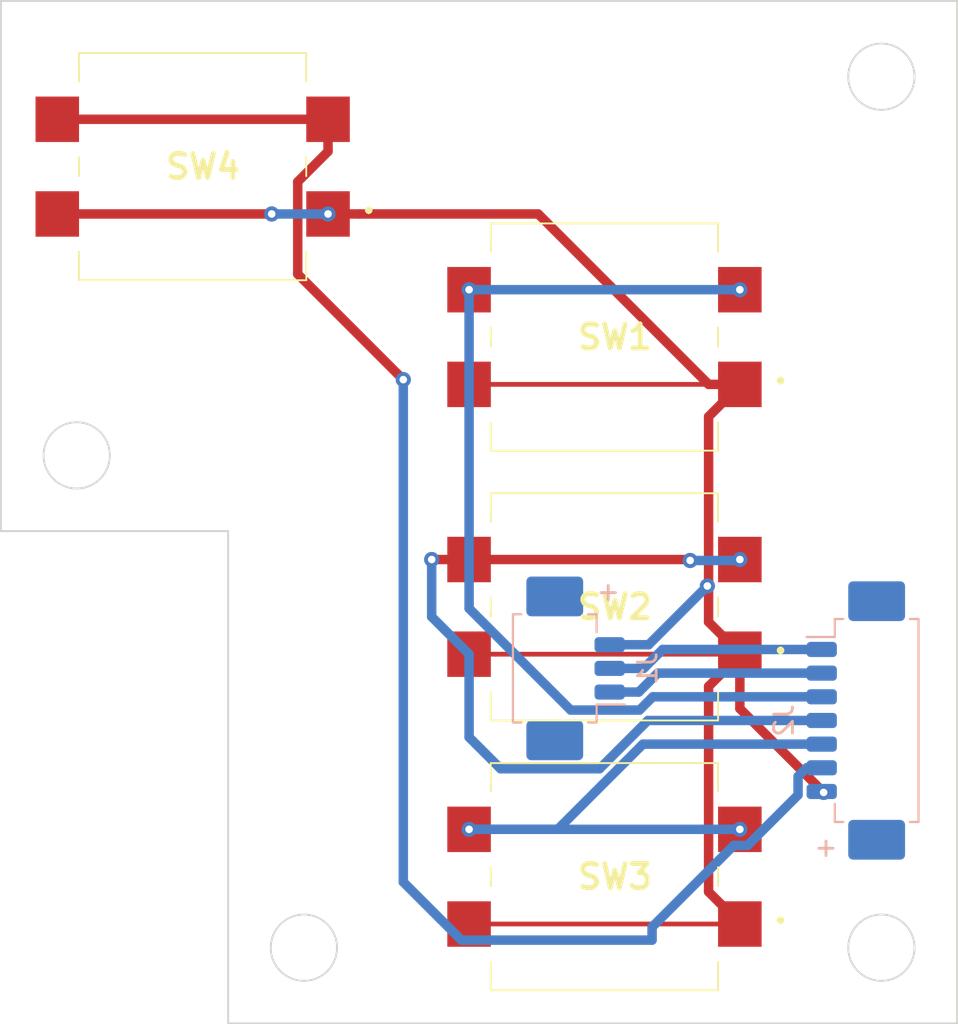
<source format=kicad_pcb>
(kicad_pcb (version 20171130) (host pcbnew "(5.1.5)-3")

  (general
    (thickness 1.6)
    (drawings 650)
    (tracks 80)
    (zones 0)
    (modules 6)
    (nets 8)
  )

  (page A4)
  (layers
    (0 F.Cu signal)
    (31 B.Cu signal)
    (32 B.Adhes user)
    (33 F.Adhes user)
    (34 B.Paste user)
    (35 F.Paste user)
    (36 B.SilkS user)
    (37 F.SilkS user)
    (38 B.Mask user)
    (39 F.Mask user)
    (40 Dwgs.User user hide)
    (41 Cmts.User user hide)
    (42 Eco1.User user)
    (43 Eco2.User user)
    (44 Edge.Cuts user)
    (45 Margin user)
    (46 B.CrtYd user)
    (47 F.CrtYd user)
    (48 B.Fab user hide)
    (49 F.Fab user hide)
  )

  (setup
    (last_trace_width 0.25)
    (trace_clearance 0.2)
    (zone_clearance 0.508)
    (zone_45_only no)
    (trace_min 0.2)
    (via_size 0.8)
    (via_drill 0.4)
    (via_min_size 0.4)
    (via_min_drill 0.3)
    (uvia_size 0.3)
    (uvia_drill 0.1)
    (uvias_allowed no)
    (uvia_min_size 0.2)
    (uvia_min_drill 0.1)
    (edge_width 0.1)
    (segment_width 0.2)
    (pcb_text_width 0.3)
    (pcb_text_size 1.5 1.5)
    (mod_edge_width 0.15)
    (mod_text_size 1 1)
    (mod_text_width 0.15)
    (pad_size 1.524 1.524)
    (pad_drill 0.762)
    (pad_to_mask_clearance 0)
    (aux_axis_origin 0 0)
    (grid_origin 50.25 175)
    (visible_elements 7FFFFFFF)
    (pcbplotparams
      (layerselection 0x010fc_ffffffff)
      (usegerberextensions false)
      (usegerberattributes false)
      (usegerberadvancedattributes false)
      (creategerberjobfile false)
      (excludeedgelayer true)
      (linewidth 0.100000)
      (plotframeref false)
      (viasonmask false)
      (mode 1)
      (useauxorigin false)
      (hpglpennumber 1)
      (hpglpenspeed 20)
      (hpglpendiameter 15.000000)
      (psnegative false)
      (psa4output false)
      (plotreference true)
      (plotvalue true)
      (plotinvisibletext false)
      (padsonsilk false)
      (subtractmaskfromsilk false)
      (outputformat 1)
      (mirror false)
      (drillshape 0)
      (scaleselection 1)
      (outputdirectory "../ExportFiles/LeftPanel/"))
  )

  (net 0 "")
  (net 1 "Net-(J1-Pad2)")
  (net 2 "Net-(J1-Pad1)")
  (net 3 "Net-(J2-Pad6)")
  (net 4 "Net-(J2-Pad5)")
  (net 5 "Net-(J2-Pad4)")
  (net 6 "Net-(J2-Pad3)")
  (net 7 +3V3)

  (net_class Default "This is the default net class."
    (clearance 0.2)
    (trace_width 0.25)
    (via_dia 0.8)
    (via_drill 0.4)
    (uvia_dia 0.3)
    (uvia_drill 0.1)
    (add_net +3V3)
    (add_net "Net-(J1-Pad1)")
    (add_net "Net-(J1-Pad2)")
    (add_net "Net-(J2-Pad3)")
    (add_net "Net-(J2-Pad4)")
    (add_net "Net-(J2-Pad5)")
    (add_net "Net-(J2-Pad6)")
  )

  (module SamacSys_Parts:B3FS4002P (layer F.Cu) (tedit 5E3E8AD5) (tstamp 5E16E041)
    (at 71.25 167.25)
    (descr B3FS-4002P)
    (tags Switch)
    (path /5E15DB1E)
    (attr smd)
    (fp_text reference SW3 (at -0.575 0) (layer F.SilkS)
      (effects (font (size 1.27 1.27) (thickness 0.254)))
    )
    (fp_text value SW_DOWN (at -0.575 0) (layer F.SilkS) hide
      (effects (font (size 1.27 1.27) (thickness 0.254)))
    )
    (fp_arc (start 8.175 2.3) (end 8.175 2.4) (angle 180) (layer F.SilkS) (width 0.2))
    (fp_arc (start 8.175 2.3) (end 8.175 2.2) (angle 180) (layer F.SilkS) (width 0.2))
    (fp_line (start 8.175 2.4) (end 8.175 2.4) (layer F.SilkS) (width 0.2))
    (fp_line (start 8.175 2.2) (end 8.175 2.2) (layer F.SilkS) (width 0.2))
    (fp_line (start 4.875 0.5) (end 4.875 -0.5) (layer F.SilkS) (width 0.1))
    (fp_line (start -7.125 0.5) (end -7.135 -0.5) (layer F.SilkS) (width 0.1))
    (fp_line (start 4.87 -6) (end 4.87 -4.5) (layer F.SilkS) (width 0.1))
    (fp_line (start -7.135 -6) (end 4.87 -6) (layer F.SilkS) (width 0.1))
    (fp_line (start -7.125 -4.5) (end -7.135 -6) (layer F.SilkS) (width 0.1))
    (fp_line (start 4.875 6) (end 4.875 4.5) (layer F.SilkS) (width 0.1))
    (fp_line (start -7.135 6) (end 4.875 6) (layer F.SilkS) (width 0.1))
    (fp_line (start -7.135 4.5) (end -7.135 6) (layer F.SilkS) (width 0.1))
    (fp_line (start -10.425 7) (end -10.425 -7) (layer F.CrtYd) (width 0.1))
    (fp_line (start 9.275 7) (end -10.425 7) (layer F.CrtYd) (width 0.1))
    (fp_line (start 9.275 -7) (end 9.275 7) (layer F.CrtYd) (width 0.1))
    (fp_line (start -10.425 -7) (end 9.275 -7) (layer F.CrtYd) (width 0.1))
    (fp_line (start -7.125 6) (end -7.125 -6) (layer F.Fab) (width 0.2))
    (fp_line (start 4.875 6) (end -7.125 6) (layer F.Fab) (width 0.2))
    (fp_line (start 4.875 -6) (end 4.875 6) (layer F.Fab) (width 0.2))
    (fp_line (start -7.125 -6) (end 4.875 -6) (layer F.Fab) (width 0.2))
    (fp_text user %R (at -0.575 0) (layer F.Fab)
      (effects (font (size 1.27 1.27) (thickness 0.254)))
    )
    (pad 2 smd rect (at -8.275 -2.5) (size 2.3 2.4) (layers F.Cu F.Paste F.Mask)
      (net 4 "Net-(J2-Pad5)"))
    (pad 2 smd rect (at 6.025 -2.5) (size 2.3 2.4) (layers F.Cu F.Paste F.Mask)
      (net 4 "Net-(J2-Pad5)"))
    (pad 1 smd rect (at -8.275 2.5) (size 2.3 2.4) (layers F.Cu F.Paste F.Mask)
      (net 7 +3V3))
    (pad 1 smd rect (at 6.025 2.5) (size 2.3 2.4) (layers F.Cu F.Paste F.Mask)
      (net 7 +3V3))
    (model ${SamacSys_Parts_3D}/B3FS-4002P.stp
      (offset (xyz -1 0 0))
      (scale (xyz 1 1 1))
      (rotate (xyz -90 0 0))
    )
  )

  (module SamacSys_Parts:B3FS4002P (layer F.Cu) (tedit 5E3E8AD5) (tstamp 5E16E024)
    (at 71.25 153)
    (descr B3FS-4002P)
    (tags Switch)
    (path /5E170DD8)
    (attr smd)
    (fp_text reference SW2 (at -0.575 0) (layer F.SilkS)
      (effects (font (size 1.27 1.27) (thickness 0.254)))
    )
    (fp_text value SW_SELECT (at -0.575 0) (layer F.SilkS) hide
      (effects (font (size 1.27 1.27) (thickness 0.254)))
    )
    (fp_arc (start 8.175 2.3) (end 8.175 2.4) (angle 180) (layer F.SilkS) (width 0.2))
    (fp_arc (start 8.175 2.3) (end 8.175 2.2) (angle 180) (layer F.SilkS) (width 0.2))
    (fp_line (start 8.175 2.4) (end 8.175 2.4) (layer F.SilkS) (width 0.2))
    (fp_line (start 8.175 2.2) (end 8.175 2.2) (layer F.SilkS) (width 0.2))
    (fp_line (start 4.875 0.5) (end 4.875 -0.5) (layer F.SilkS) (width 0.1))
    (fp_line (start -7.125 0.5) (end -7.135 -0.5) (layer F.SilkS) (width 0.1))
    (fp_line (start 4.87 -6) (end 4.87 -4.5) (layer F.SilkS) (width 0.1))
    (fp_line (start -7.135 -6) (end 4.87 -6) (layer F.SilkS) (width 0.1))
    (fp_line (start -7.125 -4.5) (end -7.135 -6) (layer F.SilkS) (width 0.1))
    (fp_line (start 4.875 6) (end 4.875 4.5) (layer F.SilkS) (width 0.1))
    (fp_line (start -7.135 6) (end 4.875 6) (layer F.SilkS) (width 0.1))
    (fp_line (start -7.135 4.5) (end -7.135 6) (layer F.SilkS) (width 0.1))
    (fp_line (start -10.425 7) (end -10.425 -7) (layer F.CrtYd) (width 0.1))
    (fp_line (start 9.275 7) (end -10.425 7) (layer F.CrtYd) (width 0.1))
    (fp_line (start 9.275 -7) (end 9.275 7) (layer F.CrtYd) (width 0.1))
    (fp_line (start -10.425 -7) (end 9.275 -7) (layer F.CrtYd) (width 0.1))
    (fp_line (start -7.125 6) (end -7.125 -6) (layer F.Fab) (width 0.2))
    (fp_line (start 4.875 6) (end -7.125 6) (layer F.Fab) (width 0.2))
    (fp_line (start 4.875 -6) (end 4.875 6) (layer F.Fab) (width 0.2))
    (fp_line (start -7.125 -6) (end 4.875 -6) (layer F.Fab) (width 0.2))
    (fp_text user %R (at -0.575 0) (layer F.Fab)
      (effects (font (size 1.27 1.27) (thickness 0.254)))
    )
    (pad 2 smd rect (at -8.275 -2.5) (size 2.3 2.4) (layers F.Cu F.Paste F.Mask)
      (net 5 "Net-(J2-Pad4)"))
    (pad 2 smd rect (at 6.025 -2.5) (size 2.3 2.4) (layers F.Cu F.Paste F.Mask)
      (net 5 "Net-(J2-Pad4)"))
    (pad 1 smd rect (at -8.275 2.5) (size 2.3 2.4) (layers F.Cu F.Paste F.Mask)
      (net 7 +3V3))
    (pad 1 smd rect (at 6.025 2.5) (size 2.3 2.4) (layers F.Cu F.Paste F.Mask)
      (net 7 +3V3))
    (model ${SamacSys_Parts_3D}/B3FS-4002P.stp
      (offset (xyz -1 0 0))
      (scale (xyz 1 1 1))
      (rotate (xyz -90 0 0))
    )
  )

  (module SamacSys_Parts:B3FS4002P (layer F.Cu) (tedit 5E3E8AD5) (tstamp 5E16E007)
    (at 71.25 138.75)
    (descr B3FS-4002P)
    (tags Switch)
    (path /5E15D779)
    (attr smd)
    (fp_text reference SW1 (at -0.575 0) (layer F.SilkS)
      (effects (font (size 1.27 1.27) (thickness 0.254)))
    )
    (fp_text value SW_UP (at -0.575 0) (layer F.SilkS) hide
      (effects (font (size 1.27 1.27) (thickness 0.254)))
    )
    (fp_arc (start 8.175 2.3) (end 8.175 2.4) (angle 180) (layer F.SilkS) (width 0.2))
    (fp_arc (start 8.175 2.3) (end 8.175 2.2) (angle 180) (layer F.SilkS) (width 0.2))
    (fp_line (start 8.175 2.4) (end 8.175 2.4) (layer F.SilkS) (width 0.2))
    (fp_line (start 8.175 2.2) (end 8.175 2.2) (layer F.SilkS) (width 0.2))
    (fp_line (start 4.875 0.5) (end 4.875 -0.5) (layer F.SilkS) (width 0.1))
    (fp_line (start -7.125 0.5) (end -7.135 -0.5) (layer F.SilkS) (width 0.1))
    (fp_line (start 4.87 -6) (end 4.87 -4.5) (layer F.SilkS) (width 0.1))
    (fp_line (start -7.135 -6) (end 4.87 -6) (layer F.SilkS) (width 0.1))
    (fp_line (start -7.125 -4.5) (end -7.135 -6) (layer F.SilkS) (width 0.1))
    (fp_line (start 4.875 6) (end 4.875 4.5) (layer F.SilkS) (width 0.1))
    (fp_line (start -7.135 6) (end 4.875 6) (layer F.SilkS) (width 0.1))
    (fp_line (start -7.135 4.5) (end -7.135 6) (layer F.SilkS) (width 0.1))
    (fp_line (start -10.425 7) (end -10.425 -7) (layer F.CrtYd) (width 0.1))
    (fp_line (start 9.275 7) (end -10.425 7) (layer F.CrtYd) (width 0.1))
    (fp_line (start 9.275 -7) (end 9.275 7) (layer F.CrtYd) (width 0.1))
    (fp_line (start -10.425 -7) (end 9.275 -7) (layer F.CrtYd) (width 0.1))
    (fp_line (start -7.125 6) (end -7.125 -6) (layer F.Fab) (width 0.2))
    (fp_line (start 4.875 6) (end -7.125 6) (layer F.Fab) (width 0.2))
    (fp_line (start 4.875 -6) (end 4.875 6) (layer F.Fab) (width 0.2))
    (fp_line (start -7.125 -6) (end 4.875 -6) (layer F.Fab) (width 0.2))
    (fp_text user %R (at -0.575 0) (layer F.Fab)
      (effects (font (size 1.27 1.27) (thickness 0.254)))
    )
    (pad 2 smd rect (at -8.275 -2.5) (size 2.3 2.4) (layers F.Cu F.Paste F.Mask)
      (net 6 "Net-(J2-Pad3)"))
    (pad 2 smd rect (at 6.025 -2.5) (size 2.3 2.4) (layers F.Cu F.Paste F.Mask)
      (net 6 "Net-(J2-Pad3)"))
    (pad 1 smd rect (at -8.275 2.5) (size 2.3 2.4) (layers F.Cu F.Paste F.Mask)
      (net 7 +3V3))
    (pad 1 smd rect (at 6.025 2.5) (size 2.3 2.4) (layers F.Cu F.Paste F.Mask)
      (net 7 +3V3))
    (model ${SamacSys_Parts_3D}/B3FS-4002P.stp
      (offset (xyz -1 0 0))
      (scale (xyz 1 1 1))
      (rotate (xyz -90 0 0))
    )
  )

  (module SamacSys_Parts:B3FS4002P (layer F.Cu) (tedit 5E3E8AD5) (tstamp 5E16E05E)
    (at 49.5 129.75)
    (descr B3FS-4002P)
    (tags Switch)
    (path /5E161831)
    (attr smd)
    (fp_text reference SW4 (at -0.575 0) (layer F.SilkS)
      (effects (font (size 1.27 1.27) (thickness 0.254)))
    )
    (fp_text value SW_HOME (at -0.575 0) (layer F.SilkS) hide
      (effects (font (size 1.27 1.27) (thickness 0.254)))
    )
    (fp_arc (start 8.175 2.3) (end 8.175 2.4) (angle 180) (layer F.SilkS) (width 0.2))
    (fp_arc (start 8.175 2.3) (end 8.175 2.2) (angle 180) (layer F.SilkS) (width 0.2))
    (fp_line (start 8.175 2.4) (end 8.175 2.4) (layer F.SilkS) (width 0.2))
    (fp_line (start 8.175 2.2) (end 8.175 2.2) (layer F.SilkS) (width 0.2))
    (fp_line (start 4.875 0.5) (end 4.875 -0.5) (layer F.SilkS) (width 0.1))
    (fp_line (start -7.125 0.5) (end -7.135 -0.5) (layer F.SilkS) (width 0.1))
    (fp_line (start 4.87 -6) (end 4.87 -4.5) (layer F.SilkS) (width 0.1))
    (fp_line (start -7.135 -6) (end 4.87 -6) (layer F.SilkS) (width 0.1))
    (fp_line (start -7.125 -4.5) (end -7.135 -6) (layer F.SilkS) (width 0.1))
    (fp_line (start 4.875 6) (end 4.875 4.5) (layer F.SilkS) (width 0.1))
    (fp_line (start -7.135 6) (end 4.875 6) (layer F.SilkS) (width 0.1))
    (fp_line (start -7.135 4.5) (end -7.135 6) (layer F.SilkS) (width 0.1))
    (fp_line (start -10.425 7) (end -10.425 -7) (layer F.CrtYd) (width 0.1))
    (fp_line (start 9.275 7) (end -10.425 7) (layer F.CrtYd) (width 0.1))
    (fp_line (start 9.275 -7) (end 9.275 7) (layer F.CrtYd) (width 0.1))
    (fp_line (start -10.425 -7) (end 9.275 -7) (layer F.CrtYd) (width 0.1))
    (fp_line (start -7.125 6) (end -7.125 -6) (layer F.Fab) (width 0.2))
    (fp_line (start 4.875 6) (end -7.125 6) (layer F.Fab) (width 0.2))
    (fp_line (start 4.875 -6) (end 4.875 6) (layer F.Fab) (width 0.2))
    (fp_line (start -7.125 -6) (end 4.875 -6) (layer F.Fab) (width 0.2))
    (fp_text user %R (at -0.575 0) (layer F.Fab)
      (effects (font (size 1.27 1.27) (thickness 0.254)))
    )
    (pad 2 smd rect (at -8.275 -2.5) (size 2.3 2.4) (layers F.Cu F.Paste F.Mask)
      (net 3 "Net-(J2-Pad6)"))
    (pad 2 smd rect (at 6.025 -2.5) (size 2.3 2.4) (layers F.Cu F.Paste F.Mask)
      (net 3 "Net-(J2-Pad6)"))
    (pad 1 smd rect (at -8.275 2.5) (size 2.3 2.4) (layers F.Cu F.Paste F.Mask)
      (net 7 +3V3))
    (pad 1 smd rect (at 6.025 2.5) (size 2.3 2.4) (layers F.Cu F.Paste F.Mask)
      (net 7 +3V3))
    (model ${SamacSys_Parts_3D}/B3FS-4002P.stp
      (offset (xyz -1 0 0))
      (scale (xyz 1 1 1))
      (rotate (xyz -90 0 0))
    )
  )

  (module Connector_Molex:Molex_PicoBlade_53261-0371_1x03-1MP_P1.25mm_Horizontal (layer B.Cu) (tedit 5B78AD89) (tstamp 5E734048)
    (at 68 156.25 90)
    (descr "Molex PicoBlade series connector, 53261-0371 (http://www.molex.com/pdm_docs/sd/532610271_sd.pdf), generated with kicad-footprint-generator")
    (tags "connector Molex PicoBlade top entry")
    (path /5E162830)
    (attr smd)
    (fp_text reference J1 (at 0 4.4 90) (layer B.SilkS)
      (effects (font (size 1 1) (thickness 0.15)) (justify mirror))
    )
    (fp_text value To_LeftSidePanel (at 0 -3.8 90) (layer B.Fab)
      (effects (font (size 1 1) (thickness 0.15)) (justify mirror))
    )
    (fp_line (start -2.75 1.6) (end 2.75 1.6) (layer B.Fab) (width 0.1))
    (fp_line (start -2.86 1.26) (end -2.86 1.71) (layer B.SilkS) (width 0.12))
    (fp_line (start -2.86 1.71) (end -1.91 1.71) (layer B.SilkS) (width 0.12))
    (fp_line (start -1.91 1.71) (end -1.91 3.2) (layer B.SilkS) (width 0.12))
    (fp_line (start 2.86 1.26) (end 2.86 1.71) (layer B.SilkS) (width 0.12))
    (fp_line (start 2.86 1.71) (end 1.91 1.71) (layer B.SilkS) (width 0.12))
    (fp_line (start -2.86 -2.26) (end -2.86 -2.71) (layer B.SilkS) (width 0.12))
    (fp_line (start -2.86 -2.71) (end 2.86 -2.71) (layer B.SilkS) (width 0.12))
    (fp_line (start 2.86 -2.71) (end 2.86 -2.26) (layer B.SilkS) (width 0.12))
    (fp_line (start -2.75 -2.6) (end 2.75 -2.6) (layer B.Fab) (width 0.1))
    (fp_line (start -2.75 1.6) (end -2.75 -2.6) (layer B.Fab) (width 0.1))
    (fp_line (start 2.75 1.6) (end 2.75 -2.6) (layer B.Fab) (width 0.1))
    (fp_line (start -2.75 0.6) (end -4.25 0.6) (layer B.Fab) (width 0.1))
    (fp_line (start -4.25 0.6) (end -4.45 0.4) (layer B.Fab) (width 0.1))
    (fp_line (start -4.45 0.4) (end -4.45 -1.4) (layer B.Fab) (width 0.1))
    (fp_line (start -4.45 -1.4) (end -4.25 -1.6) (layer B.Fab) (width 0.1))
    (fp_line (start -4.25 -1.6) (end -4.25 -2.2) (layer B.Fab) (width 0.1))
    (fp_line (start -4.25 -2.2) (end -2.75 -2.2) (layer B.Fab) (width 0.1))
    (fp_line (start 2.75 0.6) (end 4.25 0.6) (layer B.Fab) (width 0.1))
    (fp_line (start 4.25 0.6) (end 4.45 0.4) (layer B.Fab) (width 0.1))
    (fp_line (start 4.45 0.4) (end 4.45 -1.4) (layer B.Fab) (width 0.1))
    (fp_line (start 4.45 -1.4) (end 4.25 -1.6) (layer B.Fab) (width 0.1))
    (fp_line (start 4.25 -1.6) (end 4.25 -2.2) (layer B.Fab) (width 0.1))
    (fp_line (start 4.25 -2.2) (end 2.75 -2.2) (layer B.Fab) (width 0.1))
    (fp_line (start -5.35 3.7) (end -5.35 -3.1) (layer B.CrtYd) (width 0.05))
    (fp_line (start -5.35 -3.1) (end 5.35 -3.1) (layer B.CrtYd) (width 0.05))
    (fp_line (start 5.35 -3.1) (end 5.35 3.7) (layer B.CrtYd) (width 0.05))
    (fp_line (start 5.35 3.7) (end -5.35 3.7) (layer B.CrtYd) (width 0.05))
    (fp_line (start -1.75 1.6) (end -1.25 0.892893) (layer B.Fab) (width 0.1))
    (fp_line (start -1.25 0.892893) (end -0.75 1.6) (layer B.Fab) (width 0.1))
    (fp_text user %R (at 0 -1.9 90) (layer B.Fab)
      (effects (font (size 1 1) (thickness 0.15)) (justify mirror))
    )
    (pad 1 smd roundrect (at -1.25 2.4 90) (size 0.8 1.6) (layers B.Cu B.Paste B.Mask) (roundrect_rratio 0.25)
      (net 2 "Net-(J1-Pad1)"))
    (pad 2 smd roundrect (at 0 2.4 90) (size 0.8 1.6) (layers B.Cu B.Paste B.Mask) (roundrect_rratio 0.25)
      (net 1 "Net-(J1-Pad2)"))
    (pad 3 smd roundrect (at 1.25 2.4 90) (size 0.8 1.6) (layers B.Cu B.Paste B.Mask) (roundrect_rratio 0.25)
      (net 7 +3V3))
    (pad MP smd roundrect (at -3.8 -0.5 90) (size 2.1 3) (layers B.Cu B.Paste B.Mask) (roundrect_rratio 0.119048))
    (pad MP smd roundrect (at 3.8 -0.5 90) (size 2.1 3) (layers B.Cu B.Paste B.Mask) (roundrect_rratio 0.119048))
    (model ${KISYS3DMOD}/Connector_Molex.3dshapes/Molex_PicoBlade_53261-0371_1x03-1MP_P1.25mm_Horizontal.wrl
      (at (xyz 0 0 0))
      (scale (xyz 1 1 1))
      (rotate (xyz 0 0 0))
    )
  )

  (module Connector_Molex:Molex_PicoBlade_53261-0771_1x07-1MP_P1.25mm_Horizontal (layer B.Cu) (tedit 5B78AD89) (tstamp 5E73406F)
    (at 84 159 270)
    (descr "Molex PicoBlade series connector, 53261-0771 (http://www.molex.com/pdm_docs/sd/532610271_sd.pdf), generated with kicad-footprint-generator")
    (tags "connector Molex PicoBlade top entry")
    (path /5E15E4A2)
    (attr smd)
    (fp_text reference J2 (at 0 4.4 90) (layer B.SilkS)
      (effects (font (size 1 1) (thickness 0.15)) (justify mirror))
    )
    (fp_text value To_MainPanel (at 0 -3.8 90) (layer B.Fab)
      (effects (font (size 1 1) (thickness 0.15)) (justify mirror))
    )
    (fp_line (start -5.25 1.6) (end 5.25 1.6) (layer B.Fab) (width 0.1))
    (fp_line (start -5.36 1.26) (end -5.36 1.71) (layer B.SilkS) (width 0.12))
    (fp_line (start -5.36 1.71) (end -4.41 1.71) (layer B.SilkS) (width 0.12))
    (fp_line (start -4.41 1.71) (end -4.41 3.2) (layer B.SilkS) (width 0.12))
    (fp_line (start 5.36 1.26) (end 5.36 1.71) (layer B.SilkS) (width 0.12))
    (fp_line (start 5.36 1.71) (end 4.41 1.71) (layer B.SilkS) (width 0.12))
    (fp_line (start -5.36 -2.26) (end -5.36 -2.71) (layer B.SilkS) (width 0.12))
    (fp_line (start -5.36 -2.71) (end 5.36 -2.71) (layer B.SilkS) (width 0.12))
    (fp_line (start 5.36 -2.71) (end 5.36 -2.26) (layer B.SilkS) (width 0.12))
    (fp_line (start -5.25 -2.6) (end 5.25 -2.6) (layer B.Fab) (width 0.1))
    (fp_line (start -5.25 1.6) (end -5.25 -2.6) (layer B.Fab) (width 0.1))
    (fp_line (start 5.25 1.6) (end 5.25 -2.6) (layer B.Fab) (width 0.1))
    (fp_line (start -5.25 0.6) (end -6.75 0.6) (layer B.Fab) (width 0.1))
    (fp_line (start -6.75 0.6) (end -6.95 0.4) (layer B.Fab) (width 0.1))
    (fp_line (start -6.95 0.4) (end -6.95 -1.4) (layer B.Fab) (width 0.1))
    (fp_line (start -6.95 -1.4) (end -6.75 -1.6) (layer B.Fab) (width 0.1))
    (fp_line (start -6.75 -1.6) (end -6.75 -2.2) (layer B.Fab) (width 0.1))
    (fp_line (start -6.75 -2.2) (end -5.25 -2.2) (layer B.Fab) (width 0.1))
    (fp_line (start 5.25 0.6) (end 6.75 0.6) (layer B.Fab) (width 0.1))
    (fp_line (start 6.75 0.6) (end 6.95 0.4) (layer B.Fab) (width 0.1))
    (fp_line (start 6.95 0.4) (end 6.95 -1.4) (layer B.Fab) (width 0.1))
    (fp_line (start 6.95 -1.4) (end 6.75 -1.6) (layer B.Fab) (width 0.1))
    (fp_line (start 6.75 -1.6) (end 6.75 -2.2) (layer B.Fab) (width 0.1))
    (fp_line (start 6.75 -2.2) (end 5.25 -2.2) (layer B.Fab) (width 0.1))
    (fp_line (start -7.85 3.7) (end -7.85 -3.1) (layer B.CrtYd) (width 0.05))
    (fp_line (start -7.85 -3.1) (end 7.85 -3.1) (layer B.CrtYd) (width 0.05))
    (fp_line (start 7.85 -3.1) (end 7.85 3.7) (layer B.CrtYd) (width 0.05))
    (fp_line (start 7.85 3.7) (end -7.85 3.7) (layer B.CrtYd) (width 0.05))
    (fp_line (start -4.25 1.6) (end -3.75 0.892893) (layer B.Fab) (width 0.1))
    (fp_line (start -3.75 0.892893) (end -3.25 1.6) (layer B.Fab) (width 0.1))
    (fp_text user %R (at 0 -1.9 90) (layer B.Fab)
      (effects (font (size 1 1) (thickness 0.15)) (justify mirror))
    )
    (pad 1 smd roundrect (at -3.75 2.4 270) (size 0.8 1.6) (layers B.Cu B.Paste B.Mask) (roundrect_rratio 0.25)
      (net 1 "Net-(J1-Pad2)"))
    (pad 2 smd roundrect (at -2.5 2.4 270) (size 0.8 1.6) (layers B.Cu B.Paste B.Mask) (roundrect_rratio 0.25)
      (net 2 "Net-(J1-Pad1)"))
    (pad 3 smd roundrect (at -1.25 2.4 270) (size 0.8 1.6) (layers B.Cu B.Paste B.Mask) (roundrect_rratio 0.25)
      (net 6 "Net-(J2-Pad3)"))
    (pad 4 smd roundrect (at 0 2.4 270) (size 0.8 1.6) (layers B.Cu B.Paste B.Mask) (roundrect_rratio 0.25)
      (net 5 "Net-(J2-Pad4)"))
    (pad 5 smd roundrect (at 1.25 2.4 270) (size 0.8 1.6) (layers B.Cu B.Paste B.Mask) (roundrect_rratio 0.25)
      (net 4 "Net-(J2-Pad5)"))
    (pad 6 smd roundrect (at 2.5 2.4 270) (size 0.8 1.6) (layers B.Cu B.Paste B.Mask) (roundrect_rratio 0.25)
      (net 3 "Net-(J2-Pad6)"))
    (pad 7 smd roundrect (at 3.75 2.4 270) (size 0.8 1.6) (layers B.Cu B.Paste B.Mask) (roundrect_rratio 0.25)
      (net 7 +3V3))
    (pad MP smd roundrect (at -6.3 -0.5 270) (size 2.1 3) (layers B.Cu B.Paste B.Mask) (roundrect_rratio 0.119048))
    (pad MP smd roundrect (at 6.3 -0.5 270) (size 2.1 3) (layers B.Cu B.Paste B.Mask) (roundrect_rratio 0.119048))
    (model ${KISYS3DMOD}/Connector_Molex.3dshapes/Molex_PicoBlade_53261-0771_1x07-1MP_P1.25mm_Horizontal.wrl
      (at (xyz 0 0 0))
      (scale (xyz 1 1 1))
      (rotate (xyz 0 0 0))
    )
  )

  (gr_text + (at 81.75 165.75 90) (layer B.SilkS) (tstamp 5E1C684A)
    (effects (font (size 1 1) (thickness 0.15)) (justify mirror))
  )
  (gr_text + (at 70.25 152.25 90) (layer B.SilkS)
    (effects (font (size 1 1) (thickness 0.15)) (justify mirror))
  )
  (gr_circle (center 84.75 125) (end 86.5 125) (layer Edge.Cuts) (width 0.1))
  (gr_circle (center 84.75 171) (end 86.5 171) (layer Edge.Cuts) (width 0.1))
  (gr_circle (center 54.25 171) (end 56 171) (layer Edge.Cuts) (width 0.1))
  (gr_circle (center 42.25 145) (end 44 145) (layer Edge.Cuts) (width 0.1))
  (dimension 4 (width 0.15) (layer Dwgs.User)
    (gr_text "4.000 mm" (at 48.8 147 90) (layer Dwgs.User)
      (effects (font (size 1 1) (thickness 0.15)))
    )
    (feature1 (pts (xy 38.25 145) (xy 48.086421 145)))
    (feature2 (pts (xy 38.25 149) (xy 48.086421 149)))
    (crossbar (pts (xy 47.5 149) (xy 47.5 145)))
    (arrow1a (pts (xy 47.5 145) (xy 48.086421 146.126504)))
    (arrow1b (pts (xy 47.5 145) (xy 46.913579 146.126504)))
    (arrow2a (pts (xy 47.5 149) (xy 48.086421 147.873496)))
    (arrow2b (pts (xy 47.5 149) (xy 46.913579 147.873496)))
  )
  (dimension 4 (width 0.15) (layer Dwgs.User)
    (gr_text "4.000 mm" (at 40.25 140.45) (layer Dwgs.User)
      (effects (font (size 1 1) (thickness 0.15)))
    )
    (feature1 (pts (xy 42.25 149) (xy 42.25 141.163579)))
    (feature2 (pts (xy 38.25 149) (xy 38.25 141.163579)))
    (crossbar (pts (xy 38.25 141.75) (xy 42.25 141.75)))
    (arrow1a (pts (xy 42.25 141.75) (xy 41.123496 142.336421)))
    (arrow1b (pts (xy 42.25 141.75) (xy 41.123496 141.163579)))
    (arrow2a (pts (xy 38.25 141.75) (xy 39.376504 142.336421)))
    (arrow2b (pts (xy 38.25 141.75) (xy 39.376504 141.163579)))
  )
  (dimension 4 (width 0.15) (layer Dwgs.User)
    (gr_text "4.000 mm" (at 86.75 129.55) (layer Dwgs.User)
      (effects (font (size 1 1) (thickness 0.15)))
    )
    (feature1 (pts (xy 84.75 121) (xy 84.75 128.836421)))
    (feature2 (pts (xy 88.75 121) (xy 88.75 128.836421)))
    (crossbar (pts (xy 88.75 128.25) (xy 84.75 128.25)))
    (arrow1a (pts (xy 84.75 128.25) (xy 85.876504 127.663579)))
    (arrow1b (pts (xy 84.75 128.25) (xy 85.876504 128.836421)))
    (arrow2a (pts (xy 88.75 128.25) (xy 87.623496 127.663579)))
    (arrow2b (pts (xy 88.75 128.25) (xy 87.623496 128.836421)))
  )
  (dimension 4 (width 0.15) (layer Dwgs.User)
    (gr_text "4.000 mm" (at 78.7 123 270) (layer Dwgs.User)
      (effects (font (size 1 1) (thickness 0.15)))
    )
    (feature1 (pts (xy 88.75 125) (xy 79.413579 125)))
    (feature2 (pts (xy 88.75 121) (xy 79.413579 121)))
    (crossbar (pts (xy 80 121) (xy 80 125)))
    (arrow1a (pts (xy 80 125) (xy 79.413579 123.873496)))
    (arrow1b (pts (xy 80 125) (xy 80.586421 123.873496)))
    (arrow2a (pts (xy 80 121) (xy 79.413579 122.126504)))
    (arrow2b (pts (xy 80 121) (xy 80.586421 122.126504)))
  )
  (dimension 4 (width 0.15) (layer Dwgs.User)
    (gr_text "4.000 mm" (at 86.75 165.7) (layer Dwgs.User)
      (effects (font (size 1 1) (thickness 0.15)))
    )
    (feature1 (pts (xy 84.75 175) (xy 84.75 166.413579)))
    (feature2 (pts (xy 88.75 175) (xy 88.75 166.413579)))
    (crossbar (pts (xy 88.75 167) (xy 84.75 167)))
    (arrow1a (pts (xy 84.75 167) (xy 85.876504 166.413579)))
    (arrow1b (pts (xy 84.75 167) (xy 85.876504 167.586421)))
    (arrow2a (pts (xy 88.75 167) (xy 87.623496 166.413579)))
    (arrow2b (pts (xy 88.75 167) (xy 87.623496 167.586421)))
  )
  (dimension 4 (width 0.15) (layer Dwgs.User)
    (gr_text "4.000 mm" (at 78.2 173 90) (layer Dwgs.User)
      (effects (font (size 1 1) (thickness 0.15)))
    )
    (feature1 (pts (xy 88.75 171) (xy 78.913579 171)))
    (feature2 (pts (xy 88.75 175) (xy 78.913579 175)))
    (crossbar (pts (xy 79.5 175) (xy 79.5 171)))
    (arrow1a (pts (xy 79.5 171) (xy 80.086421 172.126504)))
    (arrow1b (pts (xy 79.5 171) (xy 78.913579 172.126504)))
    (arrow2a (pts (xy 79.5 175) (xy 80.086421 173.873496)))
    (arrow2b (pts (xy 79.5 175) (xy 78.913579 173.873496)))
  )
  (dimension 4 (width 0.15) (layer Dwgs.User)
    (gr_text "4.000 mm" (at 60.8 173 90) (layer Dwgs.User)
      (effects (font (size 1 1) (thickness 0.15)))
    )
    (feature1 (pts (xy 50.25 171) (xy 60.086421 171)))
    (feature2 (pts (xy 50.25 175) (xy 60.086421 175)))
    (crossbar (pts (xy 59.5 175) (xy 59.5 171)))
    (arrow1a (pts (xy 59.5 171) (xy 60.086421 172.126504)))
    (arrow1b (pts (xy 59.5 171) (xy 58.913579 172.126504)))
    (arrow2a (pts (xy 59.5 175) (xy 60.086421 173.873496)))
    (arrow2b (pts (xy 59.5 175) (xy 58.913579 173.873496)))
  )
  (dimension 4 (width 0.15) (layer Dwgs.User)
    (gr_text "4.000 mm" (at 52.25 164.45) (layer Dwgs.User)
      (effects (font (size 1 1) (thickness 0.15)))
    )
    (feature1 (pts (xy 54.25 175) (xy 54.25 165.163579)))
    (feature2 (pts (xy 50.25 175) (xy 50.25 165.163579)))
    (crossbar (pts (xy 50.25 165.75) (xy 54.25 165.75)))
    (arrow1a (pts (xy 54.25 165.75) (xy 53.123496 166.336421)))
    (arrow1b (pts (xy 54.25 165.75) (xy 53.123496 165.163579)))
    (arrow2a (pts (xy 50.25 165.75) (xy 51.376504 166.336421)))
    (arrow2b (pts (xy 50.25 165.75) (xy 51.376504 165.163579)))
  )
  (gr_line (start 50.25 149) (end 50.25 175) (layer Edge.Cuts) (width 0.1) (tstamp 5E16E54C))
  (gr_line (start 38.25 149) (end 50.25 149) (layer Edge.Cuts) (width 0.1))
  (gr_line (start 38.25 121) (end 38.25 149) (layer Edge.Cuts) (width 0.1))
  (gr_line (start 88.75 121) (end 38.25 121) (layer Edge.Cuts) (width 0.1))
  (gr_line (start 88.75 175) (end 88.75 121) (layer Edge.Cuts) (width 0.1))
  (gr_line (start 50.25 175) (end 88.75 175) (layer Edge.Cuts) (width 0.1))
  (gr_line (start 119.005163 -88.315699) (end 119.005163 -88.015699) (layer Cmts.User) (width 0.1))
  (gr_line (start 118.685163 -88.315699) (end 118.685163 -88.015699) (layer Cmts.User) (width 0.1))
  (gr_line (start 118.685163 -88.315699) (end 119.005163 -88.315699) (layer Cmts.User) (width 0.1))
  (gr_line (start 120.255163 -88.315699) (end 120.255163 -88.015699) (layer Cmts.User) (width 0.1))
  (gr_line (start 119.935163 -88.315699) (end 119.935163 -88.015699) (layer Cmts.User) (width 0.1))
  (gr_line (start 119.935163 -88.315699) (end 120.255163 -88.315699) (layer Cmts.User) (width 0.1))
  (gr_line (start 121.505163 -88.315699) (end 121.505163 -88.015699) (layer Cmts.User) (width 0.1))
  (gr_line (start 121.185163 -88.315699) (end 121.185163 -88.015699) (layer Cmts.User) (width 0.1))
  (gr_line (start 121.185163 -88.315699) (end 121.505163 -88.315699) (layer Cmts.User) (width 0.1))
  (gr_line (start 117.745163 -83.115699) (end 119.945163 -83.115699) (layer Cmts.User) (width 0.1))
  (gr_line (start 119.945163 -83.115699) (end 119.945163 -83.315699) (layer Cmts.User) (width 0.1))
  (gr_line (start 120.245163 -83.115699) (end 122.445163 -83.115699) (layer Cmts.User) (width 0.1))
  (gr_line (start 120.245163 -83.315699) (end 120.245163 -83.115699) (layer Cmts.User) (width 0.1))
  (gr_line (start 119.945163 -83.915699) (end 119.945163 -83.315699) (layer Cmts.User) (width 0.1))
  (gr_line (start 119.520163 -84.565699) (end 119.935163 -84.565699) (layer Cmts.User) (width 0.1))
  (gr_line (start 119.520163 -84.915699) (end 119.520163 -84.565699) (layer Cmts.User) (width 0.1))
  (gr_line (start 120.670163 -84.565699) (end 120.670163 -84.915699) (layer Cmts.User) (width 0.1))
  (gr_line (start 120.255163 -84.565699) (end 120.670163 -84.565699) (layer Cmts.User) (width 0.1))
  (gr_line (start 120.245163 -83.315699) (end 120.245163 -83.915699) (layer Cmts.User) (width 0.1))
  (gr_line (start 120.245163 -83.315699) (end 122.245163 -83.315699) (layer Cmts.User) (width 0.1))
  (gr_line (start 117.945163 -83.315699) (end 119.945163 -83.315699) (layer Cmts.User) (width 0.1))
  (gr_line (start 119.005163 -88.015699) (end 119.005163 -87.315699) (layer Cmts.User) (width 0.1))
  (gr_line (start 118.685163 -88.015699) (end 118.685163 -87.315699) (layer Cmts.User) (width 0.1))
  (gr_line (start 118.685163 -88.015699) (end 119.005163 -88.015699) (layer Cmts.User) (width 0.1))
  (gr_line (start 120.255163 -88.015699) (end 120.255163 -87.315699) (layer Cmts.User) (width 0.1))
  (gr_line (start 119.935163 -88.015699) (end 119.935163 -87.315699) (layer Cmts.User) (width 0.1))
  (gr_line (start 119.935163 -88.015699) (end 120.255163 -88.015699) (layer Cmts.User) (width 0.1))
  (gr_line (start 121.505163 -88.015699) (end 121.505163 -87.315699) (layer Cmts.User) (width 0.1))
  (gr_line (start 121.185163 -88.015699) (end 121.185163 -87.315699) (layer Cmts.User) (width 0.1))
  (gr_line (start 121.185163 -88.015699) (end 121.505163 -88.015699) (layer Cmts.User) (width 0.1))
  (gr_line (start 118.955163 -83.515699) (end 119.005163 -84.015699) (layer Cmts.User) (width 0.1))
  (gr_line (start 118.735163 -83.515699) (end 118.685163 -84.015699) (layer Cmts.User) (width 0.1))
  (gr_line (start 118.735163 -83.515699) (end 118.955163 -83.515699) (layer Cmts.User) (width 0.1))
  (gr_line (start 120.205163 -83.515699) (end 120.255163 -84.015699) (layer Cmts.User) (width 0.1))
  (gr_line (start 119.985163 -83.515699) (end 119.935163 -84.015699) (layer Cmts.User) (width 0.1))
  (gr_line (start 119.985163 -83.515699) (end 120.205163 -83.515699) (layer Cmts.User) (width 0.1))
  (gr_line (start 121.455163 -83.515699) (end 121.505163 -84.015699) (layer Cmts.User) (width 0.1))
  (gr_line (start 121.235163 -83.515699) (end 121.185163 -84.015699) (layer Cmts.User) (width 0.1))
  (gr_line (start 121.235163 -83.515699) (end 121.455163 -83.515699) (layer Cmts.User) (width 0.1))
  (gr_line (start 119.005163 -84.915699) (end 119.005163 -84.015699) (layer Cmts.User) (width 0.1))
  (gr_line (start 118.685163 -84.015699) (end 119.005163 -84.015699) (layer Cmts.User) (width 0.1))
  (gr_line (start 118.685163 -84.915699) (end 118.685163 -84.015699) (layer Cmts.User) (width 0.1))
  (gr_line (start 119.935163 -84.015699) (end 120.255163 -84.015699) (layer Cmts.User) (width 0.1))
  (gr_line (start 120.255163 -84.915699) (end 120.255163 -84.015699) (layer Cmts.User) (width 0.1))
  (gr_line (start 119.935163 -84.915699) (end 119.935163 -84.015699) (layer Cmts.User) (width 0.1))
  (gr_line (start 121.185163 -84.015699) (end 121.505163 -84.015699) (layer Cmts.User) (width 0.1))
  (gr_line (start 121.505163 -84.915699) (end 121.505163 -84.015699) (layer Cmts.User) (width 0.1))
  (gr_line (start 121.185163 -84.915699) (end 121.185163 -84.015699) (layer Cmts.User) (width 0.1))
  (gr_line (start 115.595163 -86.315699) (end 116.845163 -86.315699) (layer Cmts.User) (width 0.1))
  (gr_line (start 115.595163 -83.515699) (end 116.845163 -83.515699) (layer Cmts.User) (width 0.1))
  (gr_line (start 115.595163 -86.315699) (end 115.595163 -83.515699) (layer Cmts.User) (width 0.1))
  (gr_line (start 124.595163 -86.315699) (end 123.345163 -86.315699) (layer Cmts.User) (width 0.1))
  (gr_line (start 124.595163 -83.515699) (end 123.345163 -83.515699) (layer Cmts.User) (width 0.1))
  (gr_line (start 124.595163 -86.315699) (end 124.595163 -83.515699) (layer Cmts.User) (width 0.1))
  (gr_line (start 116.845163 -86.315699) (end 116.845163 -83.515699) (layer Cmts.User) (width 0.1))
  (gr_line (start 116.845163 -83.515699) (end 117.345163 -83.515699) (layer Cmts.User) (width 0.1))
  (gr_line (start 116.845163 -86.315699) (end 117.345163 -86.315699) (layer Cmts.User) (width 0.1))
  (gr_line (start 123.345163 -86.315699) (end 122.845163 -86.315699) (layer Cmts.User) (width 0.1))
  (gr_line (start 123.345163 -83.515699) (end 122.845163 -83.515699) (layer Cmts.User) (width 0.1))
  (gr_line (start 123.345163 -86.315699) (end 123.345163 -83.515699) (layer Cmts.User) (width 0.1))
  (gr_line (start 117.345163 -83.115699) (end 117.345163 -84.115699) (layer Cmts.User) (width 0.1))
  (gr_line (start 117.945163 -83.315699) (end 117.945163 -84.115699) (layer Cmts.User) (width 0.1))
  (gr_line (start 117.345163 -83.115699) (end 117.745163 -83.115699) (layer Cmts.User) (width 0.1))
  (gr_line (start 117.745163 -83.115699) (end 117.945163 -83.315699) (layer Cmts.User) (width 0.1))
  (gr_line (start 122.845163 -83.115699) (end 122.845163 -84.115699) (layer Cmts.User) (width 0.1))
  (gr_line (start 122.245163 -83.315699) (end 122.245163 -84.115699) (layer Cmts.User) (width 0.1))
  (gr_line (start 122.445163 -83.115699) (end 122.245163 -83.315699) (layer Cmts.User) (width 0.1))
  (gr_line (start 122.445163 -83.115699) (end 122.845163 -83.115699) (layer Cmts.User) (width 0.1))
  (gr_line (start 117.845163 -87.315699) (end 117.345163 -87.315699) (layer Cmts.User) (width 0.1))
  (gr_line (start 117.345163 -87.315699) (end 117.345163 -86.815699) (layer Cmts.User) (width 0.1))
  (gr_line (start 119.095163 -87.315699) (end 118.595163 -87.315699) (layer Cmts.User) (width 0.1))
  (gr_line (start 120.345163 -87.315699) (end 119.845163 -87.315699) (layer Cmts.User) (width 0.1))
  (gr_line (start 121.595163 -87.315699) (end 121.095163 -87.315699) (layer Cmts.User) (width 0.1))
  (gr_line (start 122.845163 -87.315699) (end 122.345163 -87.315699) (layer Cmts.User) (width 0.1))
  (gr_line (start 122.845163 -86.815699) (end 122.845163 -87.315699) (layer Cmts.User) (width 0.1))
  (gr_line (start 122.345163 -86.815699) (end 122.845163 -86.815699) (layer Cmts.User) (width 0.1))
  (gr_line (start 122.345163 -87.315699) (end 122.345163 -86.815699) (layer Cmts.User) (width 0.1))
  (gr_line (start 122.345163 -87.315699) (end 121.595163 -87.315699) (layer Cmts.User) (width 0.1))
  (gr_line (start 121.595163 -86.815699) (end 121.595163 -87.315699) (layer Cmts.User) (width 0.1))
  (gr_line (start 121.095163 -86.815699) (end 121.595163 -86.815699) (layer Cmts.User) (width 0.1))
  (gr_line (start 121.095163 -87.315699) (end 121.095163 -86.815699) (layer Cmts.User) (width 0.1))
  (gr_line (start 121.095163 -87.315699) (end 120.345163 -87.315699) (layer Cmts.User) (width 0.1))
  (gr_line (start 120.345163 -86.815699) (end 120.345163 -87.315699) (layer Cmts.User) (width 0.1))
  (gr_line (start 119.845163 -86.815699) (end 120.345163 -86.815699) (layer Cmts.User) (width 0.1))
  (gr_line (start 119.845163 -87.315699) (end 119.845163 -86.815699) (layer Cmts.User) (width 0.1))
  (gr_line (start 119.845163 -87.315699) (end 119.095163 -87.315699) (layer Cmts.User) (width 0.1))
  (gr_line (start 119.095163 -86.815699) (end 119.095163 -87.315699) (layer Cmts.User) (width 0.1))
  (gr_line (start 118.595163 -86.815699) (end 119.095163 -86.815699) (layer Cmts.User) (width 0.1))
  (gr_line (start 118.595163 -87.315699) (end 118.595163 -86.815699) (layer Cmts.User) (width 0.1))
  (gr_line (start 118.595163 -87.315699) (end 117.845163 -87.315699) (layer Cmts.User) (width 0.1))
  (gr_line (start 117.845163 -86.815699) (end 117.845163 -87.315699) (layer Cmts.User) (width 0.1))
  (gr_line (start 117.345163 -86.815699) (end 117.845163 -86.815699) (layer Cmts.User) (width 0.1))
  (gr_line (start 117.345163 -86.815699) (end 117.345163 -84.115699) (layer Cmts.User) (width 0.1))
  (gr_line (start 118.295163 -84.115699) (end 117.345163 -84.115699) (layer Cmts.User) (width 0.1))
  (gr_line (start 118.295163 -84.115699) (end 118.295163 -84.915699) (layer Cmts.User) (width 0.1))
  (gr_line (start 118.295163 -84.915699) (end 121.895163 -84.915699) (layer Cmts.User) (width 0.1))
  (gr_line (start 121.895163 -84.115699) (end 121.895163 -84.915699) (layer Cmts.User) (width 0.1))
  (gr_line (start 122.845163 -84.115699) (end 121.895163 -84.115699) (layer Cmts.User) (width 0.1))
  (gr_line (start 122.845163 -84.115699) (end 122.845163 -86.815699) (layer Cmts.User) (width 0.1))
  (gr_line (start 101.112794 -137.115699) (end 139.595163 -137.115699) (layer Cmts.User) (width 0.1))
  (gr_circle (center 135.595163 -87.115699) (end 137.345163 -87.115699) (layer Cmts.User) (width 0.1))
  (gr_circle (center 93.112794 -107.119322) (end 94.862794 -107.119322) (layer Cmts.User) (width 0.1))
  (gr_circle (center 135.595163 -133.115699) (end 137.345163 -133.115699) (layer Cmts.User) (width 0.1))
  (gr_circle (center 105.112794 -133.115699) (end 106.862794 -133.115699) (layer Cmts.User) (width 0.1))
  (gr_line (start 101.112794 -111.119322) (end 89.112794 -111.119322) (layer Cmts.User) (width 0.1))
  (gr_line (start 89.112794 -83.115699) (end 89.112794 -111.119322) (layer Cmts.User) (width 0.1))
  (gr_line (start 117.345163 -83.115699) (end 89.112794 -83.115699) (layer Cmts.User) (width 0.1))
  (gr_line (start 120.245163 -83.115699) (end 119.945163 -83.115699) (layer Cmts.User) (width 0.1))
  (gr_line (start 139.595163 -83.115699) (end 122.845163 -83.115699) (layer Cmts.User) (width 0.1))
  (gr_line (start 139.595163 -137.115699) (end 139.595163 -83.115699) (layer Cmts.User) (width 0.1))
  (gr_line (start 101.112794 -137.115699) (end 101.112794 -111.119322) (layer Cmts.User) (width 0.1))
  (gr_line (start 62.927414 145.428514) (end 62.514572 145.428514) (layer Cmts.User) (width 0.1))
  (gr_line (start 62.927414 146.428514) (end 62.514572 146.428514) (layer Cmts.User) (width 0.1))
  (gr_line (start 62.514572 146.428514) (end 62.514572 145.428514) (layer Cmts.User) (width 0.1))
  (gr_line (start 62.927414 140.428514) (end 62.514572 140.428514) (layer Cmts.User) (width 0.1))
  (gr_line (start 62.514572 141.428514) (end 62.927414 141.428514) (layer Cmts.User) (width 0.1))
  (gr_line (start 62.514572 140.428514) (end 62.514572 141.428514) (layer Cmts.User) (width 0.1))
  (gr_line (start 77.514572 145.428514) (end 77.10173 145.428514) (layer Cmts.User) (width 0.1))
  (gr_line (start 77.10173 146.428514) (end 77.514572 146.428514) (layer Cmts.User) (width 0.1))
  (gr_line (start 77.514572 146.428514) (end 77.514572 145.428514) (layer Cmts.User) (width 0.1))
  (gr_line (start 77.10173 140.428514) (end 77.514572 140.428514) (layer Cmts.User) (width 0.1))
  (gr_line (start 77.10173 141.428514) (end 77.514572 141.428514) (layer Cmts.User) (width 0.1))
  (gr_line (start 77.514572 140.428514) (end 77.514572 141.428514) (layer Cmts.User) (width 0.1))
  (gr_line (start 62.927414 145.428514) (end 63.591367 145.428514) (layer Cmts.User) (width 0.1))
  (gr_line (start 62.927414 146.428514) (end 62.927414 145.428514) (layer Cmts.User) (width 0.1))
  (gr_line (start 63.591367 146.428514) (end 62.927414 146.428514) (layer Cmts.User) (width 0.1))
  (gr_line (start 64.014572 145.428514) (end 63.591367 145.428514) (layer Cmts.User) (width 0.1))
  (gr_line (start 63.591367 146.428514) (end 63.591367 145.428514) (layer Cmts.User) (width 0.1))
  (gr_line (start 64.014572 146.428514) (end 63.591367 146.428514) (layer Cmts.User) (width 0.1))
  (gr_line (start 63.591367 140.428514) (end 62.927414 140.428514) (layer Cmts.User) (width 0.1))
  (gr_line (start 62.927414 140.428514) (end 62.927414 141.428514) (layer Cmts.User) (width 0.1))
  (gr_line (start 62.927414 141.428514) (end 63.591367 141.428514) (layer Cmts.User) (width 0.1))
  (gr_line (start 64.014572 140.428514) (end 63.591367 140.428514) (layer Cmts.User) (width 0.1))
  (gr_line (start 63.591367 140.428514) (end 63.591367 141.428514) (layer Cmts.User) (width 0.1))
  (gr_line (start 64.014572 141.428514) (end 63.591367 141.428514) (layer Cmts.User) (width 0.1))
  (gr_line (start 76.014572 145.428514) (end 76.437777 145.428514) (layer Cmts.User) (width 0.1))
  (gr_line (start 76.014572 146.428514) (end 76.437777 146.428514) (layer Cmts.User) (width 0.1))
  (gr_line (start 77.10173 145.428514) (end 76.437777 145.428514) (layer Cmts.User) (width 0.1))
  (gr_line (start 76.437777 146.428514) (end 77.10173 146.428514) (layer Cmts.User) (width 0.1))
  (gr_line (start 77.10173 146.428514) (end 77.10173 145.428514) (layer Cmts.User) (width 0.1))
  (gr_line (start 76.437777 146.428514) (end 76.437777 145.428514) (layer Cmts.User) (width 0.1))
  (gr_line (start 76.014572 140.428514) (end 76.437777 140.428514) (layer Cmts.User) (width 0.1))
  (gr_line (start 76.014572 141.428514) (end 76.437777 141.428514) (layer Cmts.User) (width 0.1))
  (gr_line (start 76.437777 140.428514) (end 77.10173 140.428514) (layer Cmts.User) (width 0.1))
  (gr_line (start 77.10173 140.428514) (end 77.10173 141.428514) (layer Cmts.User) (width 0.1))
  (gr_line (start 76.437777 140.428514) (end 76.437777 141.428514) (layer Cmts.User) (width 0.1))
  (gr_line (start 77.10173 141.428514) (end 76.437777 141.428514) (layer Cmts.User) (width 0.1))
  (gr_line (start 64.014572 138.428514) (end 64.014572 148.428514) (layer Cmts.User) (width 0.1))
  (gr_line (start 64.014572 148.428514) (end 65.014572 149.428514) (layer Cmts.User) (width 0.1))
  (gr_line (start 65.014572 149.428514) (end 75.014572 149.428514) (layer Cmts.User) (width 0.1))
  (gr_line (start 75.014572 149.428514) (end 76.014572 148.428514) (layer Cmts.User) (width 0.1))
  (gr_line (start 76.014572 148.428514) (end 76.014572 138.428514) (layer Cmts.User) (width 0.1))
  (gr_line (start 76.014572 138.428514) (end 75.014572 137.428514) (layer Cmts.User) (width 0.1))
  (gr_line (start 75.014572 137.428514) (end 65.014572 137.428514) (layer Cmts.User) (width 0.1))
  (gr_line (start 65.014572 137.428514) (end 64.014572 138.428514) (layer Cmts.User) (width 0.1))
  (gr_curve (pts (xy 65.090692 147.811197) (xy 65.044633 147.690278) (xy 65.029602 147.559396) (xy 65.014572 147.428514)) (layer Cmts.User) (width 0.1))
  (gr_curve (pts (xy 65.307465 148.13562) (xy 65.213838 148.043073) (xy 65.136751 147.932116) (xy 65.090692 147.811197)) (layer Cmts.User) (width 0.1))
  (gr_curve (pts (xy 65.631888 148.352393) (xy 65.511258 148.302307) (xy 65.401092 148.228168) (xy 65.307465 148.13562)) (layer Cmts.User) (width 0.1))
  (gr_curve (pts (xy 66.014572 148.428514) (xy 65.883612 148.428514) (xy 65.752518 148.40248) (xy 65.631888 148.352393)) (layer Cmts.User) (width 0.1))
  (gr_curve (pts (xy 66.397255 148.352393) (xy 66.276357 148.40248) (xy 66.145531 148.428514) (xy 66.014572 148.428514)) (layer Cmts.User) (width 0.1))
  (gr_curve (pts (xy 66.721678 148.13562) (xy 66.629125 148.228168) (xy 66.518154 148.302307) (xy 66.397255 148.352393)) (layer Cmts.User) (width 0.1))
  (gr_curve (pts (xy 66.938451 147.811197) (xy 66.888366 147.932116) (xy 66.814232 148.043073) (xy 66.721678 148.13562)) (layer Cmts.User) (width 0.1))
  (gr_curve (pts (xy 67.014572 147.428514) (xy 67.014572 147.559396) (xy 66.988536 147.690278) (xy 66.938451 147.811197)) (layer Cmts.User) (width 0.1))
  (gr_curve (pts (xy 66.938451 147.04583) (xy 66.988536 147.166749) (xy 67.014572 147.297632) (xy 67.014572 147.428514)) (layer Cmts.User) (width 0.1))
  (gr_curve (pts (xy 66.721678 146.721407) (xy 66.814232 146.813954) (xy 66.888366 146.924911) (xy 66.938451 147.04583)) (layer Cmts.User) (width 0.1))
  (gr_curve (pts (xy 66.397255 146.504634) (xy 66.518154 146.55472) (xy 66.629125 146.628859) (xy 66.721678 146.721407)) (layer Cmts.User) (width 0.1))
  (gr_curve (pts (xy 66.014572 146.428514) (xy 66.145531 146.428514) (xy 66.276357 146.454548) (xy 66.397255 146.504634)) (layer Cmts.User) (width 0.1))
  (gr_curve (pts (xy 65.631888 146.504634) (xy 65.752518 146.454548) (xy 65.883612 146.428514) (xy 66.014572 146.428514)) (layer Cmts.User) (width 0.1))
  (gr_curve (pts (xy 65.307465 146.721407) (xy 65.401092 146.628859) (xy 65.511258 146.55472) (xy 65.631888 146.504634)) (layer Cmts.User) (width 0.1))
  (gr_curve (pts (xy 65.090692 147.04583) (xy 65.136751 146.924911) (xy 65.213838 146.813954) (xy 65.307465 146.721407)) (layer Cmts.User) (width 0.1))
  (gr_curve (pts (xy 65.014572 147.428514) (xy 65.029602 147.297632) (xy 65.044633 147.166749) (xy 65.090692 147.04583)) (layer Cmts.User) (width 0.1))
  (gr_curve (pts (xy 66.938451 139.04583) (xy 66.98451 139.166749) (xy 66.999541 139.297632) (xy 67.014572 139.428514)) (layer Cmts.User) (width 0.1))
  (gr_curve (pts (xy 66.721678 138.721407) (xy 66.815305 138.813954) (xy 66.892392 138.924911) (xy 66.938451 139.04583)) (layer Cmts.User) (width 0.1))
  (gr_curve (pts (xy 66.397255 138.504634) (xy 66.517885 138.55472) (xy 66.628052 138.628859) (xy 66.721678 138.721407)) (layer Cmts.User) (width 0.1))
  (gr_curve (pts (xy 66.014572 138.428514) (xy 66.145531 138.428514) (xy 66.276625 138.454548) (xy 66.397255 138.504634)) (layer Cmts.User) (width 0.1))
  (gr_curve (pts (xy 65.631888 138.504634) (xy 65.752787 138.454548) (xy 65.883612 138.428514) (xy 66.014572 138.428514)) (layer Cmts.User) (width 0.1))
  (gr_curve (pts (xy 65.307465 138.721407) (xy 65.400018 138.628859) (xy 65.51099 138.55472) (xy 65.631888 138.504634)) (layer Cmts.User) (width 0.1))
  (gr_curve (pts (xy 65.090692 139.04583) (xy 65.140777 138.924911) (xy 65.214912 138.813954) (xy 65.307465 138.721407)) (layer Cmts.User) (width 0.1))
  (gr_curve (pts (xy 65.014572 139.428514) (xy 65.014572 139.297632) (xy 65.040607 139.166749) (xy 65.090692 139.04583)) (layer Cmts.User) (width 0.1))
  (gr_curve (pts (xy 65.090692 139.811197) (xy 65.040607 139.690278) (xy 65.014572 139.559396) (xy 65.014572 139.428514)) (layer Cmts.User) (width 0.1))
  (gr_curve (pts (xy 65.307465 140.13562) (xy 65.214912 140.043073) (xy 65.140777 139.932116) (xy 65.090692 139.811197)) (layer Cmts.User) (width 0.1))
  (gr_curve (pts (xy 65.631888 140.352393) (xy 65.51099 140.302307) (xy 65.400018 140.228168) (xy 65.307465 140.13562)) (layer Cmts.User) (width 0.1))
  (gr_curve (pts (xy 66.014572 140.428514) (xy 65.883612 140.428514) (xy 65.752787 140.40248) (xy 65.631888 140.352393)) (layer Cmts.User) (width 0.1))
  (gr_curve (pts (xy 66.397255 140.352393) (xy 66.276625 140.40248) (xy 66.145531 140.428514) (xy 66.014572 140.428514)) (layer Cmts.User) (width 0.1))
  (gr_curve (pts (xy 66.721678 140.13562) (xy 66.628052 140.228168) (xy 66.517885 140.302307) (xy 66.397255 140.352393)) (layer Cmts.User) (width 0.1))
  (gr_curve (pts (xy 66.938451 139.811197) (xy 66.892392 139.932116) (xy 66.815305 140.043073) (xy 66.721678 140.13562)) (layer Cmts.User) (width 0.1))
  (gr_curve (pts (xy 67.014572 139.428514) (xy 66.999541 139.559396) (xy 66.98451 139.690278) (xy 66.938451 139.811197)) (layer Cmts.User) (width 0.1))
  (gr_curve (pts (xy 73.090692 147.811197) (xy 73.044633 147.690278) (xy 73.029602 147.559396) (xy 73.014572 147.428514)) (layer Cmts.User) (width 0.1))
  (gr_curve (pts (xy 73.307465 148.13562) (xy 73.213838 148.043073) (xy 73.136751 147.932116) (xy 73.090692 147.811197)) (layer Cmts.User) (width 0.1))
  (gr_curve (pts (xy 73.631888 148.352393) (xy 73.511258 148.302307) (xy 73.401092 148.228168) (xy 73.307465 148.13562)) (layer Cmts.User) (width 0.1))
  (gr_curve (pts (xy 74.014572 148.428514) (xy 73.883612 148.428514) (xy 73.752518 148.40248) (xy 73.631888 148.352393)) (layer Cmts.User) (width 0.1))
  (gr_curve (pts (xy 74.397255 148.352393) (xy 74.276357 148.40248) (xy 74.145531 148.428514) (xy 74.014572 148.428514)) (layer Cmts.User) (width 0.1))
  (gr_curve (pts (xy 74.721678 148.13562) (xy 74.629125 148.228168) (xy 74.518154 148.302307) (xy 74.397255 148.352393)) (layer Cmts.User) (width 0.1))
  (gr_curve (pts (xy 74.938451 147.811197) (xy 74.888366 147.932116) (xy 74.814232 148.043073) (xy 74.721678 148.13562)) (layer Cmts.User) (width 0.1))
  (gr_curve (pts (xy 75.014572 147.428514) (xy 75.014572 147.559396) (xy 74.988536 147.690278) (xy 74.938451 147.811197)) (layer Cmts.User) (width 0.1))
  (gr_curve (pts (xy 74.938451 147.04583) (xy 74.988536 147.166749) (xy 75.014572 147.297632) (xy 75.014572 147.428514)) (layer Cmts.User) (width 0.1))
  (gr_curve (pts (xy 74.721678 146.721407) (xy 74.814232 146.813954) (xy 74.888366 146.924911) (xy 74.938451 147.04583)) (layer Cmts.User) (width 0.1))
  (gr_curve (pts (xy 74.397255 146.504634) (xy 74.518154 146.55472) (xy 74.629125 146.628859) (xy 74.721678 146.721407)) (layer Cmts.User) (width 0.1))
  (gr_curve (pts (xy 74.014572 146.428514) (xy 74.145531 146.428514) (xy 74.276357 146.454548) (xy 74.397255 146.504634)) (layer Cmts.User) (width 0.1))
  (gr_curve (pts (xy 73.631888 146.504634) (xy 73.752518 146.454548) (xy 73.883612 146.428514) (xy 74.014572 146.428514)) (layer Cmts.User) (width 0.1))
  (gr_curve (pts (xy 73.307465 146.721407) (xy 73.401092 146.628859) (xy 73.511258 146.55472) (xy 73.631888 146.504634)) (layer Cmts.User) (width 0.1))
  (gr_curve (pts (xy 73.090692 147.04583) (xy 73.136751 146.924911) (xy 73.213838 146.813954) (xy 73.307465 146.721407)) (layer Cmts.User) (width 0.1))
  (gr_curve (pts (xy 73.014572 147.428514) (xy 73.029602 147.297632) (xy 73.044633 147.166749) (xy 73.090692 147.04583)) (layer Cmts.User) (width 0.1))
  (gr_curve (pts (xy 73.090692 139.811197) (xy 73.044633 139.690278) (xy 73.029602 139.559396) (xy 73.014572 139.428514)) (layer Cmts.User) (width 0.1))
  (gr_curve (pts (xy 73.307465 140.13562) (xy 73.213838 140.043073) (xy 73.136751 139.932116) (xy 73.090692 139.811197)) (layer Cmts.User) (width 0.1))
  (gr_curve (pts (xy 73.631888 140.352393) (xy 73.511258 140.302307) (xy 73.401092 140.228168) (xy 73.307465 140.13562)) (layer Cmts.User) (width 0.1))
  (gr_curve (pts (xy 74.014572 140.428514) (xy 73.883612 140.428514) (xy 73.752518 140.40248) (xy 73.631888 140.352393)) (layer Cmts.User) (width 0.1))
  (gr_curve (pts (xy 74.397255 140.352393) (xy 74.276357 140.40248) (xy 74.145531 140.428514) (xy 74.014572 140.428514)) (layer Cmts.User) (width 0.1))
  (gr_curve (pts (xy 74.721678 140.13562) (xy 74.629125 140.228168) (xy 74.518154 140.302307) (xy 74.397255 140.352393)) (layer Cmts.User) (width 0.1))
  (gr_curve (pts (xy 74.938451 139.811197) (xy 74.888366 139.932116) (xy 74.814232 140.043073) (xy 74.721678 140.13562)) (layer Cmts.User) (width 0.1))
  (gr_curve (pts (xy 75.014572 139.428514) (xy 75.014572 139.559396) (xy 74.988536 139.690278) (xy 74.938451 139.811197)) (layer Cmts.User) (width 0.1))
  (gr_curve (pts (xy 74.938451 139.04583) (xy 74.988536 139.166749) (xy 75.014572 139.297632) (xy 75.014572 139.428514)) (layer Cmts.User) (width 0.1))
  (gr_curve (pts (xy 74.721678 138.721407) (xy 74.814232 138.813954) (xy 74.888366 138.924911) (xy 74.938451 139.04583)) (layer Cmts.User) (width 0.1))
  (gr_curve (pts (xy 74.397255 138.504634) (xy 74.518154 138.55472) (xy 74.629125 138.628859) (xy 74.721678 138.721407)) (layer Cmts.User) (width 0.1))
  (gr_curve (pts (xy 74.014572 138.428514) (xy 74.145531 138.428514) (xy 74.276357 138.454548) (xy 74.397255 138.504634)) (layer Cmts.User) (width 0.1))
  (gr_curve (pts (xy 73.631888 138.504634) (xy 73.752518 138.454548) (xy 73.883612 138.428514) (xy 74.014572 138.428514)) (layer Cmts.User) (width 0.1))
  (gr_curve (pts (xy 73.307465 138.721407) (xy 73.401092 138.628859) (xy 73.511258 138.55472) (xy 73.631888 138.504634)) (layer Cmts.User) (width 0.1))
  (gr_curve (pts (xy 73.090692 139.04583) (xy 73.136751 138.924911) (xy 73.213838 138.813954) (xy 73.307465 138.721407)) (layer Cmts.User) (width 0.1))
  (gr_curve (pts (xy 73.014572 139.428514) (xy 73.029602 139.297632) (xy 73.044633 139.166749) (xy 73.090692 139.04583)) (layer Cmts.User) (width 0.1))
  (gr_curve (pts (xy 69.322001 139.946726) (xy 69.549882 139.904938) (xy 69.782227 139.891726) (xy 70.014572 139.878514)) (layer Cmts.User) (width 0.1))
  (gr_curve (pts (xy 68.656045 140.148741) (xy 68.870704 140.058878) (xy 69.09412 139.988514) (xy 69.322001 139.946726)) (layer Cmts.User) (width 0.1))
  (gr_curve (pts (xy 68.042297 140.476796) (xy 68.235485 140.347967) (xy 68.441387 140.238604) (xy 68.656045 140.148741)) (layer Cmts.User) (width 0.1))
  (gr_curve (pts (xy 67.504343 140.918285) (xy 67.668635 140.753924) (xy 67.849109 140.605626) (xy 68.042297 140.476796)) (layer Cmts.User) (width 0.1))
  (gr_curve (pts (xy 67.062855 141.456239) (xy 67.191938 141.26307) (xy 67.34005 141.082645) (xy 67.504343 140.918285)) (layer Cmts.User) (width 0.1))
  (gr_curve (pts (xy 66.734799 142.069987) (xy 66.823714 141.855324) (xy 66.933771 141.649409) (xy 67.062855 141.456239)) (layer Cmts.User) (width 0.1))
  (gr_curve (pts (xy 66.532784 142.735943) (xy 66.578112 142.508064) (xy 66.645885 142.284651) (xy 66.734799 142.069987)) (layer Cmts.User) (width 0.1))
  (gr_curve (pts (xy 66.464572 143.428514) (xy 66.464572 143.196168) (xy 66.487456 142.963822) (xy 66.532784 142.735943)) (layer Cmts.User) (width 0.1))
  (gr_curve (pts (xy 66.532784 144.121084) (xy 66.487456 143.893204) (xy 66.464572 143.660859) (xy 66.464572 143.428514)) (layer Cmts.User) (width 0.1))
  (gr_curve (pts (xy 66.734799 144.78704) (xy 66.645885 144.572381) (xy 66.578112 144.348965) (xy 66.532784 144.121084)) (layer Cmts.User) (width 0.1))
  (gr_curve (pts (xy 67.062855 145.400788) (xy 66.933771 145.2076) (xy 66.823714 145.001699) (xy 66.734799 144.78704)) (layer Cmts.User) (width 0.1))
  (gr_curve (pts (xy 67.504343 145.938743) (xy 67.34005 145.77445) (xy 67.191938 145.593976) (xy 67.062855 145.400788)) (layer Cmts.User) (width 0.1))
  (gr_curve (pts (xy 68.042297 146.380231) (xy 67.849109 146.251147) (xy 67.668635 146.103035) (xy 67.504343 145.938743)) (layer Cmts.User) (width 0.1))
  (gr_curve (pts (xy 68.656045 146.708286) (xy 68.441387 146.619371) (xy 68.235485 146.509315) (xy 68.042297 146.380231)) (layer Cmts.User) (width 0.1))
  (gr_curve (pts (xy 69.322001 146.910301) (xy 69.09412 146.864973) (xy 68.870704 146.797201) (xy 68.656045 146.708286)) (layer Cmts.User) (width 0.1))
  (gr_curve (pts (xy 70.014572 146.978514) (xy 69.782227 146.978514) (xy 69.549882 146.95563) (xy 69.322001 146.910301)) (layer Cmts.User) (width 0.1))
  (gr_curve (pts (xy 70.707142 146.910301) (xy 70.479262 146.95563) (xy 70.246917 146.978514) (xy 70.014572 146.978514)) (layer Cmts.User) (width 0.1))
  (gr_curve (pts (xy 71.373098 146.708286) (xy 71.158439 146.797201) (xy 70.935023 146.864973) (xy 70.707142 146.910301)) (layer Cmts.User) (width 0.1))
  (gr_curve (pts (xy 71.986846 146.380231) (xy 71.793658 146.509315) (xy 71.587757 146.619371) (xy 71.373098 146.708286)) (layer Cmts.User) (width 0.1))
  (gr_curve (pts (xy 72.524801 145.938743) (xy 72.360508 146.103035) (xy 72.180034 146.251147) (xy 71.986846 146.380231)) (layer Cmts.User) (width 0.1))
  (gr_curve (pts (xy 72.966289 145.400788) (xy 72.837205 145.593976) (xy 72.689093 145.77445) (xy 72.524801 145.938743)) (layer Cmts.User) (width 0.1))
  (gr_curve (pts (xy 73.294344 144.78704) (xy 73.205429 145.001699) (xy 73.095373 145.2076) (xy 72.966289 145.400788)) (layer Cmts.User) (width 0.1))
  (gr_curve (pts (xy 73.496359 144.121084) (xy 73.451031 144.348965) (xy 73.383259 144.572381) (xy 73.294344 144.78704)) (layer Cmts.User) (width 0.1))
  (gr_curve (pts (xy 73.564572 143.428514) (xy 73.564572 143.660859) (xy 73.541688 143.893204) (xy 73.496359 144.121084)) (layer Cmts.User) (width 0.1))
  (gr_curve (pts (xy 73.496359 142.735943) (xy 73.541688 142.963822) (xy 73.564572 143.196168) (xy 73.564572 143.428514)) (layer Cmts.User) (width 0.1))
  (gr_curve (pts (xy 73.294344 142.069987) (xy 73.383259 142.284651) (xy 73.451031 142.508064) (xy 73.496359 142.735943)) (layer Cmts.User) (width 0.1))
  (gr_curve (pts (xy 72.966289 141.456239) (xy 73.095373 141.649409) (xy 73.205429 141.855324) (xy 73.294344 142.069987)) (layer Cmts.User) (width 0.1))
  (gr_curve (pts (xy 72.524801 140.918285) (xy 72.689093 141.082645) (xy 72.837205 141.26307) (xy 72.966289 141.456239)) (layer Cmts.User) (width 0.1))
  (gr_curve (pts (xy 71.986846 140.476796) (xy 72.180034 140.605626) (xy 72.360508 140.753924) (xy 72.524801 140.918285)) (layer Cmts.User) (width 0.1))
  (gr_curve (pts (xy 71.373098 140.148741) (xy 71.587757 140.238604) (xy 71.793658 140.347967) (xy 71.986846 140.476796)) (layer Cmts.User) (width 0.1))
  (gr_curve (pts (xy 70.707142 139.946726) (xy 70.935023 139.988514) (xy 71.158439 140.058878) (xy 71.373098 140.148741)) (layer Cmts.User) (width 0.1))
  (gr_curve (pts (xy 70.014572 139.878514) (xy 70.246917 139.891726) (xy 70.479262 139.904938) (xy 70.707142 139.946726)) (layer Cmts.User) (width 0.1))
  (gr_line (start 41.390206 131.908796) (end 40.977364 131.908796) (layer Cmts.User) (width 0.1))
  (gr_line (start 41.390206 132.908796) (end 40.977364 132.908796) (layer Cmts.User) (width 0.1))
  (gr_line (start 40.977364 132.908796) (end 40.977364 131.908796) (layer Cmts.User) (width 0.1))
  (gr_line (start 41.390206 126.908796) (end 40.977364 126.908796) (layer Cmts.User) (width 0.1))
  (gr_line (start 40.977364 127.908796) (end 41.390206 127.908796) (layer Cmts.User) (width 0.1))
  (gr_line (start 40.977364 126.908796) (end 40.977364 127.908796) (layer Cmts.User) (width 0.1))
  (gr_line (start 55.977364 131.908796) (end 55.564522 131.908796) (layer Cmts.User) (width 0.1))
  (gr_line (start 55.564522 132.908796) (end 55.977364 132.908796) (layer Cmts.User) (width 0.1))
  (gr_line (start 55.977364 132.908796) (end 55.977364 131.908796) (layer Cmts.User) (width 0.1))
  (gr_line (start 55.564522 126.908796) (end 55.977364 126.908796) (layer Cmts.User) (width 0.1))
  (gr_line (start 55.564522 127.908796) (end 55.977364 127.908796) (layer Cmts.User) (width 0.1))
  (gr_line (start 55.977364 126.908796) (end 55.977364 127.908796) (layer Cmts.User) (width 0.1))
  (gr_line (start 41.390206 131.908796) (end 42.054159 131.908796) (layer Cmts.User) (width 0.1))
  (gr_line (start 41.390206 132.908796) (end 41.390206 131.908796) (layer Cmts.User) (width 0.1))
  (gr_line (start 42.054159 132.908796) (end 41.390206 132.908796) (layer Cmts.User) (width 0.1))
  (gr_line (start 42.054159 132.908796) (end 42.054159 131.908796) (layer Cmts.User) (width 0.1))
  (gr_line (start 42.477364 132.908796) (end 42.054159 132.908796) (layer Cmts.User) (width 0.1))
  (gr_line (start 42.477364 131.908796) (end 42.054159 131.908796) (layer Cmts.User) (width 0.1))
  (gr_line (start 42.054159 126.908796) (end 41.390206 126.908796) (layer Cmts.User) (width 0.1))
  (gr_line (start 41.390206 126.908796) (end 41.390206 127.908796) (layer Cmts.User) (width 0.1))
  (gr_line (start 41.390206 127.908796) (end 42.054159 127.908796) (layer Cmts.User) (width 0.1))
  (gr_line (start 42.477364 126.908796) (end 42.054159 126.908796) (layer Cmts.User) (width 0.1))
  (gr_line (start 42.054159 126.908796) (end 42.054159 127.908796) (layer Cmts.User) (width 0.1))
  (gr_line (start 42.477364 127.908796) (end 42.054159 127.908796) (layer Cmts.User) (width 0.1))
  (gr_line (start 54.477364 131.908796) (end 54.900569 131.908796) (layer Cmts.User) (width 0.1))
  (gr_line (start 54.477364 132.908796) (end 54.900569 132.908796) (layer Cmts.User) (width 0.1))
  (gr_line (start 55.564522 131.908796) (end 54.900569 131.908796) (layer Cmts.User) (width 0.1))
  (gr_line (start 54.900569 132.908796) (end 55.564522 132.908796) (layer Cmts.User) (width 0.1))
  (gr_line (start 55.564522 132.908796) (end 55.564522 131.908796) (layer Cmts.User) (width 0.1))
  (gr_line (start 54.900569 132.908796) (end 54.900569 131.908796) (layer Cmts.User) (width 0.1))
  (gr_line (start 54.477364 126.908796) (end 54.900569 126.908796) (layer Cmts.User) (width 0.1))
  (gr_line (start 54.477364 127.908796) (end 54.900569 127.908796) (layer Cmts.User) (width 0.1))
  (gr_line (start 54.900569 126.908796) (end 55.564522 126.908796) (layer Cmts.User) (width 0.1))
  (gr_line (start 55.564522 126.908796) (end 55.564522 127.908796) (layer Cmts.User) (width 0.1))
  (gr_line (start 54.900569 126.908796) (end 54.900569 127.908796) (layer Cmts.User) (width 0.1))
  (gr_line (start 55.564522 127.908796) (end 54.900569 127.908796) (layer Cmts.User) (width 0.1))
  (gr_line (start 42.477364 124.908796) (end 42.477364 134.908796) (layer Cmts.User) (width 0.1))
  (gr_line (start 42.477364 134.908796) (end 43.477364 135.908796) (layer Cmts.User) (width 0.1))
  (gr_line (start 43.477364 135.908796) (end 53.477364 135.908796) (layer Cmts.User) (width 0.1))
  (gr_line (start 53.477364 135.908796) (end 54.477364 134.908796) (layer Cmts.User) (width 0.1))
  (gr_line (start 54.477364 134.908796) (end 54.477364 124.908796) (layer Cmts.User) (width 0.1))
  (gr_line (start 54.477364 124.908796) (end 53.477364 123.908796) (layer Cmts.User) (width 0.1))
  (gr_line (start 53.477364 123.908796) (end 43.477364 123.908796) (layer Cmts.User) (width 0.1))
  (gr_line (start 43.477364 123.908796) (end 42.477364 124.908796) (layer Cmts.User) (width 0.1))
  (gr_curve (pts (xy 43.553484 134.29148) (xy 43.507425 134.170561) (xy 43.492395 134.039679) (xy 43.477364 133.908796)) (layer Cmts.User) (width 0.1))
  (gr_curve (pts (xy 43.770257 134.615903) (xy 43.67663 134.523356) (xy 43.599543 134.412399) (xy 43.553484 134.29148)) (layer Cmts.User) (width 0.1))
  (gr_curve (pts (xy 44.09468 134.832676) (xy 43.97405 134.78259) (xy 43.863884 134.708451) (xy 43.770257 134.615903)) (layer Cmts.User) (width 0.1))
  (gr_curve (pts (xy 44.477364 134.908796) (xy 44.346404 134.908796) (xy 44.215311 134.882762) (xy 44.09468 134.832676)) (layer Cmts.User) (width 0.1))
  (gr_curve (pts (xy 44.860047 134.832676) (xy 44.739149 134.882762) (xy 44.608323 134.908796) (xy 44.477364 134.908796)) (layer Cmts.User) (width 0.1))
  (gr_curve (pts (xy 45.184471 134.615903) (xy 45.091918 134.708451) (xy 44.980946 134.78259) (xy 44.860047 134.832676)) (layer Cmts.User) (width 0.1))
  (gr_curve (pts (xy 45.401243 134.29148) (xy 45.351158 134.412399) (xy 45.277024 134.523356) (xy 45.184471 134.615903)) (layer Cmts.User) (width 0.1))
  (gr_curve (pts (xy 45.477364 133.908796) (xy 45.477364 134.039679) (xy 45.451328 134.170561) (xy 45.401243 134.29148)) (layer Cmts.User) (width 0.1))
  (gr_curve (pts (xy 45.401243 133.526113) (xy 45.451328 133.647032) (xy 45.477364 133.777914) (xy 45.477364 133.908796)) (layer Cmts.User) (width 0.1))
  (gr_curve (pts (xy 45.184471 133.20169) (xy 45.277024 133.294237) (xy 45.351158 133.405194) (xy 45.401243 133.526113)) (layer Cmts.User) (width 0.1))
  (gr_curve (pts (xy 44.860047 132.984917) (xy 44.980946 133.035003) (xy 45.091918 133.109142) (xy 45.184471 133.20169)) (layer Cmts.User) (width 0.1))
  (gr_curve (pts (xy 44.477364 132.908796) (xy 44.608323 132.908796) (xy 44.739149 132.934831) (xy 44.860047 132.984917)) (layer Cmts.User) (width 0.1))
  (gr_curve (pts (xy 44.09468 132.984917) (xy 44.215311 132.934831) (xy 44.346404 132.908796) (xy 44.477364 132.908796)) (layer Cmts.User) (width 0.1))
  (gr_curve (pts (xy 43.770257 133.20169) (xy 43.863884 133.109142) (xy 43.97405 133.035003) (xy 44.09468 132.984917)) (layer Cmts.User) (width 0.1))
  (gr_curve (pts (xy 43.553484 133.526113) (xy 43.599543 133.405194) (xy 43.67663 133.294237) (xy 43.770257 133.20169)) (layer Cmts.User) (width 0.1))
  (gr_curve (pts (xy 43.477364 133.908796) (xy 43.492395 133.777914) (xy 43.507425 133.647032) (xy 43.553484 133.526113)) (layer Cmts.User) (width 0.1))
  (gr_curve (pts (xy 45.401243 125.526113) (xy 45.447302 125.647032) (xy 45.462333 125.777914) (xy 45.477364 125.908796)) (layer Cmts.User) (width 0.1))
  (gr_curve (pts (xy 45.184471 125.20169) (xy 45.278097 125.294237) (xy 45.355185 125.405194) (xy 45.401243 125.526113)) (layer Cmts.User) (width 0.1))
  (gr_curve (pts (xy 44.860047 124.984917) (xy 44.980677 125.035003) (xy 45.090844 125.109142) (xy 45.184471 125.20169)) (layer Cmts.User) (width 0.1))
  (gr_curve (pts (xy 44.477364 124.908796) (xy 44.608323 124.908796) (xy 44.739417 124.934831) (xy 44.860047 124.984917)) (layer Cmts.User) (width 0.1))
  (gr_curve (pts (xy 44.09468 124.984917) (xy 44.215579 124.934831) (xy 44.346404 124.908796) (xy 44.477364 124.908796)) (layer Cmts.User) (width 0.1))
  (gr_curve (pts (xy 43.770257 125.20169) (xy 43.86281 125.109142) (xy 43.973782 125.035003) (xy 44.09468 124.984917)) (layer Cmts.User) (width 0.1))
  (gr_curve (pts (xy 43.553484 125.526113) (xy 43.603569 125.405194) (xy 43.677704 125.294237) (xy 43.770257 125.20169)) (layer Cmts.User) (width 0.1))
  (gr_curve (pts (xy 43.477364 125.908796) (xy 43.477364 125.777914) (xy 43.503399 125.647032) (xy 43.553484 125.526113)) (layer Cmts.User) (width 0.1))
  (gr_curve (pts (xy 43.553484 126.29148) (xy 43.503399 126.170561) (xy 43.477364 126.039679) (xy 43.477364 125.908796)) (layer Cmts.User) (width 0.1))
  (gr_curve (pts (xy 43.770257 126.615903) (xy 43.677704 126.523356) (xy 43.603569 126.412399) (xy 43.553484 126.29148)) (layer Cmts.User) (width 0.1))
  (gr_curve (pts (xy 44.09468 126.832676) (xy 43.973782 126.78259) (xy 43.86281 126.708451) (xy 43.770257 126.615903)) (layer Cmts.User) (width 0.1))
  (gr_curve (pts (xy 44.477364 126.908796) (xy 44.346404 126.908796) (xy 44.215579 126.882762) (xy 44.09468 126.832676)) (layer Cmts.User) (width 0.1))
  (gr_curve (pts (xy 44.860047 126.832676) (xy 44.739417 126.882762) (xy 44.608323 126.908796) (xy 44.477364 126.908796)) (layer Cmts.User) (width 0.1))
  (gr_curve (pts (xy 45.184471 126.615903) (xy 45.090844 126.708451) (xy 44.980677 126.78259) (xy 44.860047 126.832676)) (layer Cmts.User) (width 0.1))
  (gr_curve (pts (xy 45.401243 126.29148) (xy 45.355185 126.412399) (xy 45.278097 126.523356) (xy 45.184471 126.615903)) (layer Cmts.User) (width 0.1))
  (gr_curve (pts (xy 45.477364 125.908796) (xy 45.462333 126.039679) (xy 45.447302 126.170561) (xy 45.401243 126.29148)) (layer Cmts.User) (width 0.1))
  (gr_curve (pts (xy 51.553484 134.29148) (xy 51.507425 134.170561) (xy 51.492395 134.039679) (xy 51.477364 133.908796)) (layer Cmts.User) (width 0.1))
  (gr_curve (pts (xy 51.770257 134.615903) (xy 51.67663 134.523356) (xy 51.599543 134.412399) (xy 51.553484 134.29148)) (layer Cmts.User) (width 0.1))
  (gr_curve (pts (xy 52.09468 134.832676) (xy 51.97405 134.78259) (xy 51.863884 134.708451) (xy 51.770257 134.615903)) (layer Cmts.User) (width 0.1))
  (gr_curve (pts (xy 52.477364 134.908796) (xy 52.346404 134.908796) (xy 52.215311 134.882762) (xy 52.09468 134.832676)) (layer Cmts.User) (width 0.1))
  (gr_curve (pts (xy 52.860047 134.832676) (xy 52.739149 134.882762) (xy 52.608323 134.908796) (xy 52.477364 134.908796)) (layer Cmts.User) (width 0.1))
  (gr_curve (pts (xy 53.184471 134.615903) (xy 53.091918 134.708451) (xy 52.980946 134.78259) (xy 52.860047 134.832676)) (layer Cmts.User) (width 0.1))
  (gr_curve (pts (xy 53.401243 134.29148) (xy 53.351158 134.412399) (xy 53.277024 134.523356) (xy 53.184471 134.615903)) (layer Cmts.User) (width 0.1))
  (gr_curve (pts (xy 53.477364 133.908796) (xy 53.477364 134.039679) (xy 53.451328 134.170561) (xy 53.401243 134.29148)) (layer Cmts.User) (width 0.1))
  (gr_curve (pts (xy 53.401243 133.526113) (xy 53.451328 133.647032) (xy 53.477364 133.777914) (xy 53.477364 133.908796)) (layer Cmts.User) (width 0.1))
  (gr_curve (pts (xy 53.184471 133.20169) (xy 53.277024 133.294237) (xy 53.351158 133.405194) (xy 53.401243 133.526113)) (layer Cmts.User) (width 0.1))
  (gr_curve (pts (xy 52.860047 132.984917) (xy 52.980946 133.035003) (xy 53.091918 133.109142) (xy 53.184471 133.20169)) (layer Cmts.User) (width 0.1))
  (gr_curve (pts (xy 52.477364 132.908796) (xy 52.608323 132.908796) (xy 52.739149 132.934831) (xy 52.860047 132.984917)) (layer Cmts.User) (width 0.1))
  (gr_curve (pts (xy 52.09468 132.984917) (xy 52.215311 132.934831) (xy 52.346404 132.908796) (xy 52.477364 132.908796)) (layer Cmts.User) (width 0.1))
  (gr_curve (pts (xy 51.770257 133.20169) (xy 51.863884 133.109142) (xy 51.97405 133.035003) (xy 52.09468 132.984917)) (layer Cmts.User) (width 0.1))
  (gr_curve (pts (xy 51.553484 133.526113) (xy 51.599543 133.405194) (xy 51.67663 133.294237) (xy 51.770257 133.20169)) (layer Cmts.User) (width 0.1))
  (gr_curve (pts (xy 51.477364 133.908796) (xy 51.492395 133.777914) (xy 51.507425 133.647032) (xy 51.553484 133.526113)) (layer Cmts.User) (width 0.1))
  (gr_curve (pts (xy 51.553484 126.29148) (xy 51.507425 126.170561) (xy 51.492395 126.039679) (xy 51.477364 125.908796)) (layer Cmts.User) (width 0.1))
  (gr_curve (pts (xy 51.770257 126.615903) (xy 51.67663 126.523356) (xy 51.599543 126.412399) (xy 51.553484 126.29148)) (layer Cmts.User) (width 0.1))
  (gr_curve (pts (xy 52.09468 126.832676) (xy 51.97405 126.78259) (xy 51.863884 126.708451) (xy 51.770257 126.615903)) (layer Cmts.User) (width 0.1))
  (gr_curve (pts (xy 52.477364 126.908796) (xy 52.346404 126.908796) (xy 52.215311 126.882762) (xy 52.09468 126.832676)) (layer Cmts.User) (width 0.1))
  (gr_curve (pts (xy 52.860047 126.832676) (xy 52.739149 126.882762) (xy 52.608323 126.908796) (xy 52.477364 126.908796)) (layer Cmts.User) (width 0.1))
  (gr_curve (pts (xy 53.184471 126.615903) (xy 53.091918 126.708451) (xy 52.980946 126.78259) (xy 52.860047 126.832676)) (layer Cmts.User) (width 0.1))
  (gr_curve (pts (xy 53.401243 126.29148) (xy 53.351158 126.412399) (xy 53.277024 126.523356) (xy 53.184471 126.615903)) (layer Cmts.User) (width 0.1))
  (gr_curve (pts (xy 53.477364 125.908796) (xy 53.477364 126.039679) (xy 53.451328 126.170561) (xy 53.401243 126.29148)) (layer Cmts.User) (width 0.1))
  (gr_curve (pts (xy 53.401243 125.526113) (xy 53.451328 125.647032) (xy 53.477364 125.777914) (xy 53.477364 125.908796)) (layer Cmts.User) (width 0.1))
  (gr_curve (pts (xy 53.184471 125.20169) (xy 53.277024 125.294237) (xy 53.351158 125.405194) (xy 53.401243 125.526113)) (layer Cmts.User) (width 0.1))
  (gr_curve (pts (xy 52.860047 124.984917) (xy 52.980946 125.035003) (xy 53.091918 125.109142) (xy 53.184471 125.20169)) (layer Cmts.User) (width 0.1))
  (gr_curve (pts (xy 52.477364 124.908796) (xy 52.608323 124.908796) (xy 52.739149 124.934831) (xy 52.860047 124.984917)) (layer Cmts.User) (width 0.1))
  (gr_curve (pts (xy 52.09468 124.984917) (xy 52.215311 124.934831) (xy 52.346404 124.908796) (xy 52.477364 124.908796)) (layer Cmts.User) (width 0.1))
  (gr_curve (pts (xy 51.770257 125.20169) (xy 51.863884 125.109142) (xy 51.97405 125.035003) (xy 52.09468 124.984917)) (layer Cmts.User) (width 0.1))
  (gr_curve (pts (xy 51.553484 125.526113) (xy 51.599543 125.405194) (xy 51.67663 125.294237) (xy 51.770257 125.20169)) (layer Cmts.User) (width 0.1))
  (gr_curve (pts (xy 51.477364 125.908796) (xy 51.492395 125.777914) (xy 51.507425 125.647032) (xy 51.553484 125.526113)) (layer Cmts.User) (width 0.1))
  (gr_curve (pts (xy 47.784793 126.427009) (xy 48.012674 126.385221) (xy 48.245019 126.372009) (xy 48.477364 126.358796)) (layer Cmts.User) (width 0.1))
  (gr_curve (pts (xy 47.118838 126.629024) (xy 47.333497 126.539161) (xy 47.556913 126.468797) (xy 47.784793 126.427009)) (layer Cmts.User) (width 0.1))
  (gr_curve (pts (xy 46.50509 126.957079) (xy 46.698277 126.82825) (xy 46.904179 126.718887) (xy 47.118838 126.629024)) (layer Cmts.User) (width 0.1))
  (gr_curve (pts (xy 45.967135 127.398567) (xy 46.131428 127.234207) (xy 46.311902 127.085909) (xy 46.50509 126.957079)) (layer Cmts.User) (width 0.1))
  (gr_curve (pts (xy 45.525647 127.936522) (xy 45.654731 127.743353) (xy 45.802842 127.562928) (xy 45.967135 127.398567)) (layer Cmts.User) (width 0.1))
  (gr_curve (pts (xy 45.197592 128.55027) (xy 45.286506 128.335607) (xy 45.396563 128.129692) (xy 45.525647 127.936522)) (layer Cmts.User) (width 0.1))
  (gr_curve (pts (xy 44.995576 129.216226) (xy 45.040904 128.988347) (xy 45.108677 128.764934) (xy 45.197592 128.55027)) (layer Cmts.User) (width 0.1))
  (gr_curve (pts (xy 44.927364 129.908796) (xy 44.927364 129.676451) (xy 44.950248 129.444105) (xy 44.995576 129.216226)) (layer Cmts.User) (width 0.1))
  (gr_curve (pts (xy 44.995576 130.601367) (xy 44.950248 130.373487) (xy 44.927364 130.141142) (xy 44.927364 129.908796)) (layer Cmts.User) (width 0.1))
  (gr_curve (pts (xy 45.197592 131.267323) (xy 45.108677 131.052664) (xy 45.040904 130.829248) (xy 44.995576 130.601367)) (layer Cmts.User) (width 0.1))
  (gr_curve (pts (xy 45.525647 131.881071) (xy 45.396563 131.687883) (xy 45.286506 131.481982) (xy 45.197592 131.267323)) (layer Cmts.User) (width 0.1))
  (gr_curve (pts (xy 45.967135 132.419026) (xy 45.802842 132.254733) (xy 45.654731 132.074259) (xy 45.525647 131.881071)) (layer Cmts.User) (width 0.1))
  (gr_curve (pts (xy 46.50509 132.860514) (xy 46.311902 132.73143) (xy 46.131428 132.583318) (xy 45.967135 132.419026)) (layer Cmts.User) (width 0.1))
  (gr_curve (pts (xy 47.118838 133.188569) (xy 46.904179 133.099654) (xy 46.698277 132.989598) (xy 46.50509 132.860514)) (layer Cmts.User) (width 0.1))
  (gr_curve (pts (xy 47.784793 133.390584) (xy 47.556913 133.345256) (xy 47.333497 133.277483) (xy 47.118838 133.188569)) (layer Cmts.User) (width 0.1))
  (gr_curve (pts (xy 48.477364 133.458796) (xy 48.245019 133.458796) (xy 48.012674 133.435912) (xy 47.784793 133.390584)) (layer Cmts.User) (width 0.1))
  (gr_curve (pts (xy 49.169935 133.390584) (xy 48.942054 133.435912) (xy 48.709709 133.458796) (xy 48.477364 133.458796)) (layer Cmts.User) (width 0.1))
  (gr_curve (pts (xy 49.83589 133.188569) (xy 49.621231 133.277483) (xy 49.397815 133.345256) (xy 49.169935 133.390584)) (layer Cmts.User) (width 0.1))
  (gr_curve (pts (xy 50.449638 132.860514) (xy 50.25645 132.989598) (xy 50.050549 133.099654) (xy 49.83589 133.188569)) (layer Cmts.User) (width 0.1))
  (gr_curve (pts (xy 50.987593 132.419026) (xy 50.8233 132.583318) (xy 50.642826 132.73143) (xy 50.449638 132.860514)) (layer Cmts.User) (width 0.1))
  (gr_curve (pts (xy 51.429081 131.881071) (xy 51.299997 132.074259) (xy 51.151886 132.254733) (xy 50.987593 132.419026)) (layer Cmts.User) (width 0.1))
  (gr_curve (pts (xy 51.757136 131.267323) (xy 51.668222 131.481982) (xy 51.558165 131.687883) (xy 51.429081 131.881071)) (layer Cmts.User) (width 0.1))
  (gr_curve (pts (xy 51.959152 130.601367) (xy 51.913823 130.829248) (xy 51.846051 131.052664) (xy 51.757136 131.267323)) (layer Cmts.User) (width 0.1))
  (gr_curve (pts (xy 52.027364 129.908796) (xy 52.027364 130.141142) (xy 52.00448 130.373487) (xy 51.959152 130.601367)) (layer Cmts.User) (width 0.1))
  (gr_curve (pts (xy 51.959152 129.216226) (xy 52.00448 129.444105) (xy 52.027364 129.676451) (xy 52.027364 129.908796)) (layer Cmts.User) (width 0.1))
  (gr_curve (pts (xy 51.757136 128.55027) (xy 51.846051 128.764934) (xy 51.913823 128.988347) (xy 51.959152 129.216226)) (layer Cmts.User) (width 0.1))
  (gr_curve (pts (xy 51.429081 127.936522) (xy 51.558165 128.129692) (xy 51.668222 128.335607) (xy 51.757136 128.55027)) (layer Cmts.User) (width 0.1))
  (gr_curve (pts (xy 50.987593 127.398567) (xy 51.151886 127.562928) (xy 51.299997 127.743353) (xy 51.429081 127.936522)) (layer Cmts.User) (width 0.1))
  (gr_curve (pts (xy 50.449638 126.957079) (xy 50.642826 127.085909) (xy 50.8233 127.234207) (xy 50.987593 127.398567)) (layer Cmts.User) (width 0.1))
  (gr_curve (pts (xy 49.83589 126.629024) (xy 50.050549 126.718887) (xy 50.25645 126.82825) (xy 50.449638 126.957079)) (layer Cmts.User) (width 0.1))
  (gr_curve (pts (xy 49.169935 126.427009) (xy 49.397815 126.468797) (xy 49.621231 126.539161) (xy 49.83589 126.629024)) (layer Cmts.User) (width 0.1))
  (gr_curve (pts (xy 48.477364 126.358796) (xy 48.709709 126.372009) (xy 48.942054 126.385221) (xy 49.169935 126.427009)) (layer Cmts.User) (width 0.1))
  (gr_line (start 62.927414 169.208429) (end 62.514572 169.208429) (layer Cmts.User) (width 0.1))
  (gr_line (start 62.927414 170.208429) (end 62.514572 170.208429) (layer Cmts.User) (width 0.1))
  (gr_line (start 62.514572 170.208429) (end 62.514572 169.208429) (layer Cmts.User) (width 0.1))
  (gr_line (start 62.927414 164.208429) (end 62.514572 164.208429) (layer Cmts.User) (width 0.1))
  (gr_line (start 62.514572 165.208429) (end 62.927414 165.208429) (layer Cmts.User) (width 0.1))
  (gr_line (start 62.514572 164.208429) (end 62.514572 165.208429) (layer Cmts.User) (width 0.1))
  (gr_line (start 77.514572 169.208429) (end 77.10173 169.208429) (layer Cmts.User) (width 0.1))
  (gr_line (start 77.10173 170.208429) (end 77.514572 170.208429) (layer Cmts.User) (width 0.1))
  (gr_line (start 77.514572 170.208429) (end 77.514572 169.208429) (layer Cmts.User) (width 0.1))
  (gr_line (start 77.10173 164.208429) (end 77.514572 164.208429) (layer Cmts.User) (width 0.1))
  (gr_line (start 77.10173 165.208429) (end 77.514572 165.208429) (layer Cmts.User) (width 0.1))
  (gr_line (start 77.514572 164.208429) (end 77.514572 165.208429) (layer Cmts.User) (width 0.1))
  (gr_line (start 62.927414 169.208429) (end 63.591367 169.208429) (layer Cmts.User) (width 0.1))
  (gr_line (start 62.927414 170.208429) (end 62.927414 169.208429) (layer Cmts.User) (width 0.1))
  (gr_line (start 63.591367 170.208429) (end 62.927414 170.208429) (layer Cmts.User) (width 0.1))
  (gr_line (start 64.014572 169.208429) (end 63.591367 169.208429) (layer Cmts.User) (width 0.1))
  (gr_line (start 63.591367 170.208429) (end 63.591367 169.208429) (layer Cmts.User) (width 0.1))
  (gr_line (start 64.014572 170.208429) (end 63.591367 170.208429) (layer Cmts.User) (width 0.1))
  (gr_line (start 63.591367 164.208429) (end 62.927414 164.208429) (layer Cmts.User) (width 0.1))
  (gr_line (start 62.927414 164.208429) (end 62.927414 165.208429) (layer Cmts.User) (width 0.1))
  (gr_line (start 62.927414 165.208429) (end 63.591367 165.208429) (layer Cmts.User) (width 0.1))
  (gr_line (start 64.014572 164.208429) (end 63.591367 164.208429) (layer Cmts.User) (width 0.1))
  (gr_line (start 63.591367 164.208429) (end 63.591367 165.208429) (layer Cmts.User) (width 0.1))
  (gr_line (start 64.014572 165.208429) (end 63.591367 165.208429) (layer Cmts.User) (width 0.1))
  (gr_line (start 76.014572 169.208429) (end 76.437777 169.208429) (layer Cmts.User) (width 0.1))
  (gr_line (start 76.014572 170.208429) (end 76.437777 170.208429) (layer Cmts.User) (width 0.1))
  (gr_line (start 77.10173 169.208429) (end 76.437777 169.208429) (layer Cmts.User) (width 0.1))
  (gr_line (start 76.437777 170.208429) (end 77.10173 170.208429) (layer Cmts.User) (width 0.1))
  (gr_line (start 77.10173 170.208429) (end 77.10173 169.208429) (layer Cmts.User) (width 0.1))
  (gr_line (start 76.437777 170.208429) (end 76.437777 169.208429) (layer Cmts.User) (width 0.1))
  (gr_line (start 76.014572 164.208429) (end 76.437777 164.208429) (layer Cmts.User) (width 0.1))
  (gr_line (start 76.014572 165.208429) (end 76.437777 165.208429) (layer Cmts.User) (width 0.1))
  (gr_line (start 76.437777 164.208429) (end 77.10173 164.208429) (layer Cmts.User) (width 0.1))
  (gr_line (start 77.10173 164.208429) (end 77.10173 165.208429) (layer Cmts.User) (width 0.1))
  (gr_line (start 76.437777 164.208429) (end 76.437777 165.208429) (layer Cmts.User) (width 0.1))
  (gr_line (start 77.10173 165.208429) (end 76.437777 165.208429) (layer Cmts.User) (width 0.1))
  (gr_line (start 64.014572 162.208429) (end 64.014572 172.208429) (layer Cmts.User) (width 0.1))
  (gr_line (start 64.014572 172.208429) (end 65.014572 173.208429) (layer Cmts.User) (width 0.1))
  (gr_line (start 65.014572 173.208429) (end 75.014572 173.208429) (layer Cmts.User) (width 0.1))
  (gr_line (start 75.014572 173.208429) (end 76.014572 172.208429) (layer Cmts.User) (width 0.1))
  (gr_line (start 76.014572 172.208429) (end 76.014572 162.208429) (layer Cmts.User) (width 0.1))
  (gr_line (start 76.014572 162.208429) (end 75.014572 161.208429) (layer Cmts.User) (width 0.1))
  (gr_line (start 75.014572 161.208429) (end 65.014572 161.208429) (layer Cmts.User) (width 0.1))
  (gr_line (start 65.014572 161.208429) (end 64.014572 162.208429) (layer Cmts.User) (width 0.1))
  (gr_curve (pts (xy 65.090692 171.591112) (xy 65.044633 171.470193) (xy 65.029602 171.339311) (xy 65.014572 171.208429)) (layer Cmts.User) (width 0.1))
  (gr_curve (pts (xy 65.307465 171.915536) (xy 65.213838 171.822988) (xy 65.136751 171.712032) (xy 65.090692 171.591112)) (layer Cmts.User) (width 0.1))
  (gr_curve (pts (xy 65.631888 172.132308) (xy 65.511258 172.082222) (xy 65.401092 172.008083) (xy 65.307465 171.915536)) (layer Cmts.User) (width 0.1))
  (gr_curve (pts (xy 66.014572 172.208429) (xy 65.883612 172.208429) (xy 65.752518 172.182395) (xy 65.631888 172.132308)) (layer Cmts.User) (width 0.1))
  (gr_curve (pts (xy 66.397255 172.132308) (xy 66.276357 172.182395) (xy 66.145531 172.208429) (xy 66.014572 172.208429)) (layer Cmts.User) (width 0.1))
  (gr_curve (pts (xy 66.721678 171.915536) (xy 66.629125 172.008083) (xy 66.518154 172.082222) (xy 66.397255 172.132308)) (layer Cmts.User) (width 0.1))
  (gr_curve (pts (xy 66.938451 171.591112) (xy 66.888366 171.712032) (xy 66.814232 171.822988) (xy 66.721678 171.915536)) (layer Cmts.User) (width 0.1))
  (gr_curve (pts (xy 67.014572 171.208429) (xy 67.014572 171.339311) (xy 66.988536 171.470193) (xy 66.938451 171.591112)) (layer Cmts.User) (width 0.1))
  (gr_curve (pts (xy 66.938451 170.825745) (xy 66.988536 170.946665) (xy 67.014572 171.077547) (xy 67.014572 171.208429)) (layer Cmts.User) (width 0.1))
  (gr_curve (pts (xy 66.721678 170.501322) (xy 66.814232 170.59387) (xy 66.888366 170.704826) (xy 66.938451 170.825745)) (layer Cmts.User) (width 0.1))
  (gr_curve (pts (xy 66.397255 170.284549) (xy 66.518154 170.334636) (xy 66.629125 170.408775) (xy 66.721678 170.501322)) (layer Cmts.User) (width 0.1))
  (gr_curve (pts (xy 66.014572 170.208429) (xy 66.145531 170.208429) (xy 66.276357 170.234463) (xy 66.397255 170.284549)) (layer Cmts.User) (width 0.1))
  (gr_curve (pts (xy 65.631888 170.284549) (xy 65.752518 170.234463) (xy 65.883612 170.208429) (xy 66.014572 170.208429)) (layer Cmts.User) (width 0.1))
  (gr_curve (pts (xy 65.307465 170.501322) (xy 65.401092 170.408775) (xy 65.511258 170.334636) (xy 65.631888 170.284549)) (layer Cmts.User) (width 0.1))
  (gr_curve (pts (xy 65.090692 170.825745) (xy 65.136751 170.704826) (xy 65.213838 170.59387) (xy 65.307465 170.501322)) (layer Cmts.User) (width 0.1))
  (gr_curve (pts (xy 65.014572 171.208429) (xy 65.029602 171.077547) (xy 65.044633 170.946665) (xy 65.090692 170.825745)) (layer Cmts.User) (width 0.1))
  (gr_curve (pts (xy 66.938451 162.825745) (xy 66.98451 162.946665) (xy 66.999541 163.077547) (xy 67.014572 163.208429)) (layer Cmts.User) (width 0.1))
  (gr_curve (pts (xy 66.721678 162.501322) (xy 66.815305 162.59387) (xy 66.892392 162.704826) (xy 66.938451 162.825745)) (layer Cmts.User) (width 0.1))
  (gr_curve (pts (xy 66.397255 162.284549) (xy 66.517885 162.334636) (xy 66.628052 162.408775) (xy 66.721678 162.501322)) (layer Cmts.User) (width 0.1))
  (gr_curve (pts (xy 66.014572 162.208429) (xy 66.145531 162.208429) (xy 66.276625 162.234463) (xy 66.397255 162.284549)) (layer Cmts.User) (width 0.1))
  (gr_curve (pts (xy 65.631888 162.284549) (xy 65.752787 162.234463) (xy 65.883612 162.208429) (xy 66.014572 162.208429)) (layer Cmts.User) (width 0.1))
  (gr_curve (pts (xy 65.307465 162.501322) (xy 65.400018 162.408775) (xy 65.51099 162.334636) (xy 65.631888 162.284549)) (layer Cmts.User) (width 0.1))
  (gr_curve (pts (xy 65.090692 162.825745) (xy 65.140777 162.704826) (xy 65.214912 162.59387) (xy 65.307465 162.501322)) (layer Cmts.User) (width 0.1))
  (gr_curve (pts (xy 65.014572 163.208429) (xy 65.014572 163.077547) (xy 65.040607 162.946665) (xy 65.090692 162.825745)) (layer Cmts.User) (width 0.1))
  (gr_curve (pts (xy 65.090692 163.591112) (xy 65.040607 163.470193) (xy 65.014572 163.339311) (xy 65.014572 163.208429)) (layer Cmts.User) (width 0.1))
  (gr_curve (pts (xy 65.307465 163.915536) (xy 65.214912 163.822988) (xy 65.140777 163.712032) (xy 65.090692 163.591112)) (layer Cmts.User) (width 0.1))
  (gr_curve (pts (xy 65.631888 164.132308) (xy 65.51099 164.082222) (xy 65.400018 164.008083) (xy 65.307465 163.915536)) (layer Cmts.User) (width 0.1))
  (gr_curve (pts (xy 66.014572 164.208429) (xy 65.883612 164.208429) (xy 65.752787 164.182395) (xy 65.631888 164.132308)) (layer Cmts.User) (width 0.1))
  (gr_curve (pts (xy 66.397255 164.132308) (xy 66.276625 164.182395) (xy 66.145531 164.208429) (xy 66.014572 164.208429)) (layer Cmts.User) (width 0.1))
  (gr_curve (pts (xy 66.721678 163.915536) (xy 66.628052 164.008083) (xy 66.517885 164.082222) (xy 66.397255 164.132308)) (layer Cmts.User) (width 0.1))
  (gr_curve (pts (xy 66.938451 163.591112) (xy 66.892392 163.712032) (xy 66.815305 163.822988) (xy 66.721678 163.915536)) (layer Cmts.User) (width 0.1))
  (gr_curve (pts (xy 67.014572 163.208429) (xy 66.999541 163.339311) (xy 66.98451 163.470193) (xy 66.938451 163.591112)) (layer Cmts.User) (width 0.1))
  (gr_curve (pts (xy 73.090692 171.591112) (xy 73.044633 171.470193) (xy 73.029602 171.339311) (xy 73.014572 171.208429)) (layer Cmts.User) (width 0.1))
  (gr_curve (pts (xy 73.307465 171.915536) (xy 73.213838 171.822988) (xy 73.136751 171.712032) (xy 73.090692 171.591112)) (layer Cmts.User) (width 0.1))
  (gr_curve (pts (xy 73.631888 172.132308) (xy 73.511258 172.082222) (xy 73.401092 172.008083) (xy 73.307465 171.915536)) (layer Cmts.User) (width 0.1))
  (gr_curve (pts (xy 74.014572 172.208429) (xy 73.883612 172.208429) (xy 73.752518 172.182395) (xy 73.631888 172.132308)) (layer Cmts.User) (width 0.1))
  (gr_curve (pts (xy 74.397255 172.132308) (xy 74.276357 172.182395) (xy 74.145531 172.208429) (xy 74.014572 172.208429)) (layer Cmts.User) (width 0.1))
  (gr_curve (pts (xy 74.721678 171.915536) (xy 74.629125 172.008083) (xy 74.518154 172.082222) (xy 74.397255 172.132308)) (layer Cmts.User) (width 0.1))
  (gr_curve (pts (xy 74.938451 171.591112) (xy 74.888366 171.712032) (xy 74.814232 171.822988) (xy 74.721678 171.915536)) (layer Cmts.User) (width 0.1))
  (gr_curve (pts (xy 75.014572 171.208429) (xy 75.014572 171.339311) (xy 74.988536 171.470193) (xy 74.938451 171.591112)) (layer Cmts.User) (width 0.1))
  (gr_curve (pts (xy 74.938451 170.825745) (xy 74.988536 170.946665) (xy 75.014572 171.077547) (xy 75.014572 171.208429)) (layer Cmts.User) (width 0.1))
  (gr_curve (pts (xy 74.721678 170.501322) (xy 74.814232 170.59387) (xy 74.888366 170.704826) (xy 74.938451 170.825745)) (layer Cmts.User) (width 0.1))
  (gr_curve (pts (xy 74.397255 170.284549) (xy 74.518154 170.334636) (xy 74.629125 170.408775) (xy 74.721678 170.501322)) (layer Cmts.User) (width 0.1))
  (gr_curve (pts (xy 74.014572 170.208429) (xy 74.145531 170.208429) (xy 74.276357 170.234463) (xy 74.397255 170.284549)) (layer Cmts.User) (width 0.1))
  (gr_curve (pts (xy 73.631888 170.284549) (xy 73.752518 170.234463) (xy 73.883612 170.208429) (xy 74.014572 170.208429)) (layer Cmts.User) (width 0.1))
  (gr_curve (pts (xy 73.307465 170.501322) (xy 73.401092 170.408775) (xy 73.511258 170.334636) (xy 73.631888 170.284549)) (layer Cmts.User) (width 0.1))
  (gr_curve (pts (xy 73.090692 170.825745) (xy 73.136751 170.704826) (xy 73.213838 170.59387) (xy 73.307465 170.501322)) (layer Cmts.User) (width 0.1))
  (gr_curve (pts (xy 73.014572 171.208429) (xy 73.029602 171.077547) (xy 73.044633 170.946665) (xy 73.090692 170.825745)) (layer Cmts.User) (width 0.1))
  (gr_curve (pts (xy 73.090692 163.591112) (xy 73.044633 163.470193) (xy 73.029602 163.339311) (xy 73.014572 163.208429)) (layer Cmts.User) (width 0.1))
  (gr_curve (pts (xy 73.307465 163.915536) (xy 73.213838 163.822988) (xy 73.136751 163.712032) (xy 73.090692 163.591112)) (layer Cmts.User) (width 0.1))
  (gr_curve (pts (xy 73.631888 164.132308) (xy 73.511258 164.082222) (xy 73.401092 164.008083) (xy 73.307465 163.915536)) (layer Cmts.User) (width 0.1))
  (gr_curve (pts (xy 74.014572 164.208429) (xy 73.883612 164.208429) (xy 73.752518 164.182395) (xy 73.631888 164.132308)) (layer Cmts.User) (width 0.1))
  (gr_curve (pts (xy 74.397255 164.132308) (xy 74.276357 164.182395) (xy 74.145531 164.208429) (xy 74.014572 164.208429)) (layer Cmts.User) (width 0.1))
  (gr_curve (pts (xy 74.721678 163.915536) (xy 74.629125 164.008083) (xy 74.518154 164.082222) (xy 74.397255 164.132308)) (layer Cmts.User) (width 0.1))
  (gr_curve (pts (xy 74.938451 163.591112) (xy 74.888366 163.712032) (xy 74.814232 163.822988) (xy 74.721678 163.915536)) (layer Cmts.User) (width 0.1))
  (gr_curve (pts (xy 75.014572 163.208429) (xy 75.014572 163.339311) (xy 74.988536 163.470193) (xy 74.938451 163.591112)) (layer Cmts.User) (width 0.1))
  (gr_curve (pts (xy 74.938451 162.825745) (xy 74.988536 162.946665) (xy 75.014572 163.077547) (xy 75.014572 163.208429)) (layer Cmts.User) (width 0.1))
  (gr_curve (pts (xy 74.721678 162.501322) (xy 74.814232 162.59387) (xy 74.888366 162.704826) (xy 74.938451 162.825745)) (layer Cmts.User) (width 0.1))
  (gr_curve (pts (xy 74.397255 162.284549) (xy 74.518154 162.334636) (xy 74.629125 162.408775) (xy 74.721678 162.501322)) (layer Cmts.User) (width 0.1))
  (gr_curve (pts (xy 74.014572 162.208429) (xy 74.145531 162.208429) (xy 74.276357 162.234463) (xy 74.397255 162.284549)) (layer Cmts.User) (width 0.1))
  (gr_curve (pts (xy 73.631888 162.284549) (xy 73.752518 162.234463) (xy 73.883612 162.208429) (xy 74.014572 162.208429)) (layer Cmts.User) (width 0.1))
  (gr_curve (pts (xy 73.307465 162.501322) (xy 73.401092 162.408775) (xy 73.511258 162.334636) (xy 73.631888 162.284549)) (layer Cmts.User) (width 0.1))
  (gr_curve (pts (xy 73.090692 162.825745) (xy 73.136751 162.704826) (xy 73.213838 162.59387) (xy 73.307465 162.501322)) (layer Cmts.User) (width 0.1))
  (gr_curve (pts (xy 73.014572 163.208429) (xy 73.029602 163.077547) (xy 73.044633 162.946665) (xy 73.090692 162.825745)) (layer Cmts.User) (width 0.1))
  (gr_curve (pts (xy 69.322001 163.726641) (xy 69.549882 163.684853) (xy 69.782227 163.671641) (xy 70.014572 163.658429)) (layer Cmts.User) (width 0.1))
  (gr_curve (pts (xy 68.656045 163.928657) (xy 68.870704 163.838793) (xy 69.09412 163.768429) (xy 69.322001 163.726641)) (layer Cmts.User) (width 0.1))
  (gr_curve (pts (xy 68.042297 164.256712) (xy 68.235485 164.127882) (xy 68.441387 164.01852) (xy 68.656045 163.928657)) (layer Cmts.User) (width 0.1))
  (gr_curve (pts (xy 67.504343 164.6982) (xy 67.668635 164.533839) (xy 67.849109 164.385542) (xy 68.042297 164.256712)) (layer Cmts.User) (width 0.1))
  (gr_curve (pts (xy 67.062855 165.236155) (xy 67.191938 165.042985) (xy 67.34005 164.862561) (xy 67.504343 164.6982)) (layer Cmts.User) (width 0.1))
  (gr_curve (pts (xy 66.734799 165.849903) (xy 66.823714 165.635239) (xy 66.933771 165.429324) (xy 67.062855 165.236155)) (layer Cmts.User) (width 0.1))
  (gr_curve (pts (xy 66.532784 166.515858) (xy 66.578112 166.287979) (xy 66.645885 166.064566) (xy 66.734799 165.849903)) (layer Cmts.User) (width 0.1))
  (gr_curve (pts (xy 66.464572 167.208429) (xy 66.464572 166.976084) (xy 66.487456 166.743738) (xy 66.532784 166.515858)) (layer Cmts.User) (width 0.1))
  (gr_curve (pts (xy 66.532784 167.901) (xy 66.487456 167.673119) (xy 66.464572 167.440774) (xy 66.464572 167.208429)) (layer Cmts.User) (width 0.1))
  (gr_curve (pts (xy 66.734799 168.566955) (xy 66.645885 168.352296) (xy 66.578112 168.12888) (xy 66.532784 167.901)) (layer Cmts.User) (width 0.1))
  (gr_curve (pts (xy 67.062855 169.180703) (xy 66.933771 168.987515) (xy 66.823714 168.781614) (xy 66.734799 168.566955)) (layer Cmts.User) (width 0.1))
  (gr_curve (pts (xy 67.504343 169.718658) (xy 67.34005 169.554365) (xy 67.191938 169.373891) (xy 67.062855 169.180703)) (layer Cmts.User) (width 0.1))
  (gr_curve (pts (xy 68.042297 170.160146) (xy 67.849109 170.031062) (xy 67.668635 169.882951) (xy 67.504343 169.718658)) (layer Cmts.User) (width 0.1))
  (gr_curve (pts (xy 68.656045 170.488201) (xy 68.441387 170.399287) (xy 68.235485 170.28923) (xy 68.042297 170.160146)) (layer Cmts.User) (width 0.1))
  (gr_curve (pts (xy 69.322001 170.690217) (xy 69.09412 170.644888) (xy 68.870704 170.577116) (xy 68.656045 170.488201)) (layer Cmts.User) (width 0.1))
  (gr_curve (pts (xy 70.014572 170.758429) (xy 69.782227 170.758429) (xy 69.549882 170.735545) (xy 69.322001 170.690217)) (layer Cmts.User) (width 0.1))
  (gr_curve (pts (xy 70.707142 170.690217) (xy 70.479262 170.735545) (xy 70.246917 170.758429) (xy 70.014572 170.758429)) (layer Cmts.User) (width 0.1))
  (gr_curve (pts (xy 71.373098 170.488201) (xy 71.158439 170.577116) (xy 70.935023 170.644888) (xy 70.707142 170.690217)) (layer Cmts.User) (width 0.1))
  (gr_curve (pts (xy 71.986846 170.160146) (xy 71.793658 170.28923) (xy 71.587757 170.399287) (xy 71.373098 170.488201)) (layer Cmts.User) (width 0.1))
  (gr_curve (pts (xy 72.524801 169.718658) (xy 72.360508 169.882951) (xy 72.180034 170.031062) (xy 71.986846 170.160146)) (layer Cmts.User) (width 0.1))
  (gr_curve (pts (xy 72.966289 169.180703) (xy 72.837205 169.373891) (xy 72.689093 169.554365) (xy 72.524801 169.718658)) (layer Cmts.User) (width 0.1))
  (gr_curve (pts (xy 73.294344 168.566955) (xy 73.205429 168.781614) (xy 73.095373 168.987515) (xy 72.966289 169.180703)) (layer Cmts.User) (width 0.1))
  (gr_curve (pts (xy 73.496359 167.901) (xy 73.451031 168.12888) (xy 73.383259 168.352296) (xy 73.294344 168.566955)) (layer Cmts.User) (width 0.1))
  (gr_curve (pts (xy 73.564572 167.208429) (xy 73.564572 167.440774) (xy 73.541688 167.673119) (xy 73.496359 167.901)) (layer Cmts.User) (width 0.1))
  (gr_curve (pts (xy 73.496359 166.515858) (xy 73.541688 166.743738) (xy 73.564572 166.976084) (xy 73.564572 167.208429)) (layer Cmts.User) (width 0.1))
  (gr_curve (pts (xy 73.294344 165.849903) (xy 73.383259 166.064566) (xy 73.451031 166.287979) (xy 73.496359 166.515858)) (layer Cmts.User) (width 0.1))
  (gr_curve (pts (xy 72.966289 165.236155) (xy 73.095373 165.429324) (xy 73.205429 165.635239) (xy 73.294344 165.849903)) (layer Cmts.User) (width 0.1))
  (gr_curve (pts (xy 72.524801 164.6982) (xy 72.689093 164.862561) (xy 72.837205 165.042985) (xy 72.966289 165.236155)) (layer Cmts.User) (width 0.1))
  (gr_curve (pts (xy 71.986846 164.256712) (xy 72.180034 164.385542) (xy 72.360508 164.533839) (xy 72.524801 164.6982)) (layer Cmts.User) (width 0.1))
  (gr_curve (pts (xy 71.373098 163.928657) (xy 71.587757 164.01852) (xy 71.793658 164.127882) (xy 71.986846 164.256712)) (layer Cmts.User) (width 0.1))
  (gr_curve (pts (xy 70.707142 163.726641) (xy 70.935023 163.768429) (xy 71.158439 163.838793) (xy 71.373098 163.928657)) (layer Cmts.User) (width 0.1))
  (gr_curve (pts (xy 70.014572 163.658429) (xy 70.246917 163.671641) (xy 70.479262 163.684853) (xy 70.707142 163.726641)) (layer Cmts.User) (width 0.1))
  (gr_circle (center 84.595163 124.908796) (end 86.345163 124.908796) (layer Cmts.User) (width 0.1))
  (gr_circle (center 42.112794 144.91242) (end 43.862794 144.91242) (layer Cmts.User) (width 0.1))
  (gr_circle (center 84.595163 170.908796) (end 86.345163 170.908796) (layer Cmts.User) (width 0.1))
  (gr_circle (center 54.112794 170.908796) (end 55.862794 170.908796) (layer Cmts.User) (width 0.1))
  (gr_line (start 38.112794 120.908796) (end 38.112794 148.91242) (layer Cmts.User) (width 0.1))
  (gr_line (start 50.112794 148.91242) (end 38.112794 148.91242) (layer Cmts.User) (width 0.1))
  (gr_line (start 50.112794 174.908796) (end 50.112794 148.91242) (layer Cmts.User) (width 0.1))
  (gr_line (start 50.112794 174.908796) (end 88.595163 174.908796) (layer Cmts.User) (width 0.1))
  (gr_line (start 88.595163 174.908796) (end 88.595163 120.908796) (layer Cmts.User) (width 0.1))
  (gr_line (start 88.595163 120.908796) (end 38.112794 120.908796) (layer Cmts.User) (width 0.1))
  (gr_text NAME (at 129.355674 -58.818603 3e-06) (layer Cmts.User)
    (effects (font (size 2.5 2.25) (thickness 0.3125)) (justify left top))
  )
  (gr_text MATERIAL (at 122.864347 -26.948579 3e-06) (layer Cmts.User)
    (effects (font (size 2 1.8) (thickness 0.25)) (justify left top))
  )
  (gr_text D (at 6.861999 -49.672574) (layer Cmts.User)
    (effects (font (size 3.704166 3.33375) (thickness 0.46302)) (justify left top))
  )
  (gr_text C (at 6.686222 -115.261824) (layer Cmts.User)
    (effects (font (size 3.704166 3.33375) (thickness 0.46302)) (justify left top))
  )
  (gr_text B (at 6.333224 -184.563873) (layer Cmts.User)
    (effects (font (size 3.704166 3.33375) (thickness 0.46302)) (justify left top))
  )
  (gr_text A (at 7.029694 -254.685087) (layer Cmts.User)
    (effects (font (size 3.704166 3.33375) (thickness 0.46302)) (justify left top))
  )
  (gr_text 2 (at 110.424527 -290.02532) (layer Cmts.User)
    (effects (font (size 3.704166 3.33375) (thickness 0.46302)) (justify left top))
  )
  (gr_text 1 (at 38.451182 -290.02532) (layer Cmts.User)
    (effects (font (size 3.704166 3.33375) (thickness 0.46302)) (justify left top))
  )
  (gr_text FINISH/TREATMENT (at 122.760266 -18.858021 3e-06) (layer Cmts.User)
    (effects (font (size 2 1.8) (thickness 0.25)) (justify left top))
  )
  (gr_text PROJECT (at 55.954708 -59.467445 3e-06) (layer Cmts.User)
    (effects (font (size 2 1.8) (thickness 0.25)) (justify left top))
  )
  (gr_text "SHEET:  1 OF:  1" (at 96.005058 -16.778019) (layer Cmts.User)
    (effects (font (size 2.5 2.25) (thickness 0.3125)) (justify left top))
  )
  (gr_text APPROVD (at 122.845587 -36.182796 3e-06) (layer Cmts.User)
    (effects (font (size 1.5875 1.42875) (thickness 0.198437)) (justify left top))
  )
  (gr_text DESIGN (at 122.762454 -53.804859 3e-06) (layer Cmts.User)
    (effects (font (size 1.5875 1.42875) (thickness 0.198437)) (justify left top))
  )
  (gr_text DRAWN (at 122.78301 -48.62802 3e-06) (layer Cmts.User)
    (effects (font (size 1.5875 1.42875) (thickness 0.198437)) (justify left top))
  )
  (gr_text "PAPER SIZE:" (at 57.436379 -16.985384 3e-06) (layer Cmts.User)
    (effects (font (size 2.5 2.25) (thickness 0.3125)) (justify left top))
  )
  (gr_text "PART NAME" (at 55.960906 -49.502936 3e-06) (layer Cmts.User)
    (effects (font (size 2 1.8) (thickness 0.25)) (justify left top))
  )
  (gr_text SCALE (at 23.595071 -17.329004 3e-06) (layer Cmts.User)
    (effects (font (size 3 2.7) (thickness 0.375)) (justify left top))
  )
  (gr_text "DRAW. NO." (at 56.076179 -37.267204 3e-06) (layer Cmts.User)
    (effects (font (size 2 1.8) (thickness 0.25)) (justify left top))
  )
  (gr_text "PART NO." (at 56.034096 -27.257835 3e-06) (layer Cmts.User)
    (effects (font (size 2 1.8) (thickness 0.25)) (justify left top))
  )
  (gr_text 1:1 (at 43.431221 -17.437293 3e-06) (layer Cmts.User)
    (effects (font (size 3 2.7) (thickness 0.375)) (justify left top))
  )
  (gr_text A4 (at 77.692355 -16.778019) (layer Cmts.User)
    (effects (font (size 2.5 2.25) (thickness 0.3125)) (justify left top))
  )
  (gr_text QA (at 122.744224 -41.902647 3e-06) (layer Cmts.User)
    (effects (font (size 1.5875 1.42875) (thickness 0.198437)) (justify left top))
  )
  (gr_text 31393-200-ID01 (at 133.007545 -9.281586 3e-06) (layer Cmts.User)
    (effects (font (size 2.116666 1.905) (thickness 0.264583)) (justify top))
  )
  (gr_text "3D FILE NAME:" (at 95.014492 -9.300813 3e-06) (layer Cmts.User)
    (effects (font (size 2 1.8) (thickness 0.25)) (justify left top))
  )
  (gr_text WEIGHT: (at 71.911964 -65.632728) (layer Cmts.User)
    (effects (font (size 3 2.7) (thickness 0.375)) (justify right top))
  )
  (gr_text "2D FILE NAME:" (at 23.934543 -9.213034 3e-06) (layer Cmts.User)
    (effects (font (size 2 1.8) (thickness 0.25)) (justify left top))
  )
  (gr_text 31393-200-ID01 (at 52.699863 -9.373353 3e-06) (layer Cmts.User)
    (effects (font (size 2.116666 1.905) (thickness 0.264583)) (justify top))
  )
  (gr_text "DRAWING UNITS:" (at 32.660031 -27.308874) (layer Cmts.User)
    (effects (font (size 2.116666 1.905) (thickness 0.264583)) (justify top))
  )
  (gr_text [Millimeter][gram][second] (at 21.906406 -23.307046 3e-06) (layer Cmts.User)
    (effects (font (size 2 1.8) (thickness 0.25)) (justify left top))
  )
  (gr_text [gr] (at 111.275692 -65.006358 3e-06) (layer Cmts.User)
    (effects (font (size 2 1.8) (thickness 0.25)) (justify left top))
  )
  (gr_text "31393-200-ID01   -   31/12/2019" (at 131.721333 -279.929866) (layer Cmts.User)
    (effects (font (size 3 2.7) (thickness 0.375)) (justify right top))
  )
  (gr_text BACK (at 124.828877 -154.267347) (layer Cmts.User)
    (effects (font (size 3 2.7) (thickness 0.375)) (justify right top))
  )
  (gr_circle (center 33.7387 -32.384153) (end 36.537777 -32.384153) (layer Cmts.User) (width 0.1))
  (gr_circle (center 33.7387 -32.384153) (end 37.199676 -32.384153) (layer Cmts.User) (width 0.1))
  (gr_line (start 21.325598 -68.536401) (end 21.325598 -54.012639) (layer Cmts.User) (width 0.1))
  (gr_line (start 4.39412 -80.42146) (end 11.39412 -80.42146) (layer Cmts.User) (width 0.1))
  (gr_line (start 4.39412 -148.42146) (end 11.39412 -148.42146) (layer Cmts.User) (width 0.1))
  (gr_line (start 4.39412 -216.42146) (end 11.39412 -216.42146) (layer Cmts.User) (width 0.1))
  (gr_line (start 76.87212 -291.42146) (end 76.87212 -284.42146) (layer Cmts.User) (width 0.1))
  (gr_line (start 208.39412 -291.42146) (end 4.39412 -291.42146) (layer Cmts.User) (width 0.1))
  (gr_line (start 4.39412 -5.42146) (end 208.39412 -5.42146) (layer Cmts.User) (width 0.1))
  (gr_line (start 4.39412 -291.42146) (end 4.39412 -5.42146) (layer Cmts.User) (width 0.1))
  (gr_line (start 55.772736 -68.536401) (end 55.772736 -60.097349) (layer Cmts.User) (width 0.1))
  (gr_line (start 121.913503 -68.536401) (end 55.772736 -68.536401) (layer Cmts.User) (width 0.1))
  (gr_line (start 52.434753 -284.42146) (end 201.39412 -284.42146) (layer Cmts.User) (width 0.1))
  (gr_line (start 55.772736 -68.536401) (end 21.325598 -68.536401) (layer Cmts.User) (width 0.1))
  (gr_line (start 201.39412 -284.42146) (end 52.434753 -284.42146) (layer Cmts.User) (width 0.1))
  (gr_line (start 121.913503 -68.536401) (end 201.39412 -68.536401) (layer Cmts.User) (width 0.1))
  (gr_line (start 121.913503 -60.097349) (end 121.913503 -68.536401) (layer Cmts.User) (width 0.1))
  (gr_line (start 121.913503 -20.116508) (end 21.325598 -20.116508) (layer Cmts.User) (width 0.1))
  (gr_line (start 121.913503 -37.735292) (end 55.772736 -37.735292) (layer Cmts.User) (width 0.1))
  (gr_line (start 55.772736 -27.811556) (end 121.913503 -27.811556) (layer Cmts.User) (width 0.1))
  (gr_line (start 21.325598 -27.811556) (end 21.325598 -35.506604) (layer Cmts.User) (width 0.1))
  (gr_line (start 21.325598 -27.811556) (end 21.325598 -35.506604) (layer Cmts.User) (width 0.1))
  (gr_line (start 33.7387 -28.923177) (end 33.7387 -35.845128) (layer Cmts.User) (width 0.1))
  (gr_line (start 21.325598 -20.116508) (end 21.325598 -27.811556) (layer Cmts.User) (width 0.1))
  (gr_line (start 22.930072 -33.487595) (end 22.930072 -31.28071) (layer Cmts.User) (width 0.1))
  (gr_line (start 28.490864 -29.783574) (end 28.490864 -34.984731) (layer Cmts.User) (width 0.1))
  (gr_line (start 22.930072 -33.487595) (end 28.490864 -34.984731) (layer Cmts.User) (width 0.1))
  (gr_line (start 11.39412 -12.42146) (end 201.39412 -12.42146) (layer Cmts.User) (width 0.1))
  (gr_line (start 22.930072 -31.28071) (end 28.490864 -29.783574) (layer Cmts.User) (width 0.1))
  (gr_line (start 55.772736 -60.097349) (end 55.772736 -20.116508) (layer Cmts.User) (width 0.1))
  (gr_line (start 11.39412 -12.42146) (end 201.39412 -12.42146) (layer Cmts.User) (width 0.1))
  (gr_line (start 170.061648 -27.811556) (end 121.913503 -27.811556) (layer Cmts.User) (width 0.1))
  (gr_line (start 21.325598 -12.42146) (end 21.325598 -20.116508) (layer Cmts.User) (width 0.1))
  (gr_line (start 22.165241 -32.384153) (end 29.193583 -32.384153) (layer Cmts.User) (width 0.1))
  (gr_line (start 21.325598 -27.811556) (end 21.325598 -54.012639) (layer Cmts.User) (width 0.1))
  (gr_line (start 90.366546 -20.116508) (end 90.366546 -12.42146) (layer Cmts.User) (width 0.1))
  (gr_line (start 55.772736 -27.811556) (end 21.325598 -27.811556) (layer Cmts.User) (width 0.1))
  (gr_line (start 121.913503 -27.811556) (end 121.913503 -60.097349) (layer Cmts.User) (width 0.1))
  (gr_line (start 121.913503 -20.116508) (end 201.39412 -20.116508) (layer Cmts.User) (width 0.1))
  (gr_line (start 170.061648 -54.99861) (end 121.913503 -54.99861) (layer Cmts.User) (width 0.1))
  (gr_line (start 145.430537 -37.735292) (end 121.913503 -37.735292) (layer Cmts.User) (width 0.1))
  (gr_line (start 21.325598 -37.735292) (end 55.772736 -37.735292) (layer Cmts.User) (width 0.1))
  (gr_line (start 11.39412 -284.42146) (end 11.39412 -12.42146) (layer Cmts.User) (width 0.1))
  (gr_line (start 121.913503 -27.811556) (end 121.913503 -12.42146) (layer Cmts.User) (width 0.1))
  (gr_line (start 146.775001 -43.940272) (end 121.913503 -43.940272) (layer Cmts.User) (width 0.1))
  (gr_line (start 146.775001 -50.201022) (end 121.913503 -50.201022) (layer Cmts.User) (width 0.1))
  (gr_line (start 55.772736 -60.097349) (end 201.39412 -60.097349) (layer Cmts.User) (width 0.1))
  (gr_line (start 55.772736 -50.201022) (end 121.913503 -50.201022) (layer Cmts.User) (width 0.1))
  (gr_line (start 55.772736 -20.116508) (end 55.772736 -12.42146) (layer Cmts.User) (width 0.1))
  (gr_line (start 11.39412 -12.42146) (end 11.39412 -284.42146) (layer Cmts.User) (width 0.1))
  (gr_line (start 11.39412 -284.42146) (end 201.39412 -284.42146) (layer Cmts.User) (width 0.1))
  (gr_line (start 30.277724 -32.384153) (end 37.199676 -32.384153) (layer Cmts.User) (width 0.1))
  (gr_line (start 22.578568 -259.252584) (end 31.842161 -259.252584) (layer Cmts.User) (width 0.1))
  (gr_line (start 22.578568 -268.661486) (end 22.578568 -259.252584) (layer Cmts.User) (width 0.1))
  (gr_line (start 22.578568 -268.661486) (end 31.842161 -268.661486) (layer Cmts.User) (width 0.1))
  (gr_text STANDARDS (at 2.648589 0.388139) (layer Cmts.User)
    (effects (font (size 2.116666 1.905) (thickness 0.264583)) (justify top))
  )
  (gr_text ISO (at 2.282031 -2.728526) (layer Cmts.User)
    (effects (font (size 2.116666 1.905) (thickness 0.264583)) (justify top))
  )

  (segment (start 73.196856 155.25) (end 81.2 155.25) (width 0.5) (layer B.Cu) (net 1) (status 20))
  (segment (start 72.196856 156.25) (end 73.196856 155.25) (width 0.5) (layer B.Cu) (net 1))
  (segment (start 72.196856 156.25) (end 70.4 156.25) (width 0.5) (layer B.Cu) (net 1))
  (segment (start 72.936818 156.5) (end 81.6 156.5) (width 0.5) (layer B.Cu) (net 2))
  (segment (start 71.936818 157.5) (end 72.936818 156.5) (width 0.5) (layer B.Cu) (net 2))
  (segment (start 71.936818 157.5) (end 70.4 157.5) (width 0.5) (layer B.Cu) (net 2))
  (via (at 59.5 141) (size 0.8) (drill 0.4) (layers F.Cu B.Cu) (net 3))
  (segment (start 59.5 167.533002) (end 59.5 141) (width 0.5) (layer B.Cu) (net 3))
  (segment (start 72.639997 170.600001) (end 62.566999 170.600001) (width 0.5) (layer B.Cu) (net 3))
  (segment (start 62.566999 170.600001) (end 59.5 167.533002) (width 0.5) (layer B.Cu) (net 3))
  (segment (start 55.525 128.95) (end 55.525 127.25) (width 0.5) (layer F.Cu) (net 3) (status 20))
  (segment (start 53.924999 130.550001) (end 55.525 128.95) (width 0.5) (layer F.Cu) (net 3))
  (segment (start 53.924999 135.424999) (end 53.924999 130.550001) (width 0.5) (layer F.Cu) (net 3))
  (segment (start 59.5 141) (end 53.924999 135.424999) (width 0.5) (layer F.Cu) (net 3))
  (segment (start 55.525 127.25) (end 41.225 127.25) (width 0.5) (layer F.Cu) (net 3) (status 30))
  (segment (start 80.34999 161.95001) (end 80.8 161.5) (width 0.5) (layer B.Cu) (net 3))
  (segment (start 80.34999 162.933012) (end 80.34999 161.95001) (width 0.5) (layer B.Cu) (net 3))
  (segment (start 77.683001 165.600001) (end 80.34999 162.933012) (width 0.5) (layer B.Cu) (net 3))
  (segment (start 76.949999 165.600001) (end 77.683001 165.600001) (width 0.5) (layer B.Cu) (net 3))
  (segment (start 72.639997 169.910003) (end 76.949999 165.600001) (width 0.5) (layer B.Cu) (net 3))
  (segment (start 80.8 161.5) (end 81.6 161.5) (width 0.5) (layer B.Cu) (net 3))
  (segment (start 72.639997 170.600001) (end 72.639997 169.910003) (width 0.5) (layer B.Cu) (net 3))
  (via (at 62.975 164.75) (size 0.8) (drill 0.4) (layers F.Cu B.Cu) (net 4) (status 30))
  (segment (start 67.656705 164.75) (end 62.975 164.75) (width 0.5) (layer B.Cu) (net 4))
  (segment (start 72.156705 160.25) (end 67.656705 164.75) (width 0.5) (layer B.Cu) (net 4))
  (via (at 77.275 164.75) (size 0.8) (drill 0.4) (layers F.Cu B.Cu) (net 4) (status 30))
  (segment (start 62.975 164.75) (end 77.275 164.75) (width 0.5) (layer B.Cu) (net 4))
  (segment (start 72.156705 160.25) (end 81.6 160.25) (width 0.5) (layer B.Cu) (net 4))
  (segment (start 62.975 159.885002) (end 62.975 155.5) (width 0.5) (layer B.Cu) (net 5))
  (segment (start 64.639999 161.550001) (end 62.975 159.885002) (width 0.5) (layer B.Cu) (net 5))
  (segment (start 69.866742 161.550001) (end 64.639999 161.550001) (width 0.5) (layer B.Cu) (net 5))
  (segment (start 72.416743 159) (end 69.866742 161.550001) (width 0.5) (layer B.Cu) (net 5))
  (via (at 61 150.5) (size 0.8) (drill 0.4) (layers F.Cu B.Cu) (net 5))
  (segment (start 62.975 155.5) (end 61 153.525) (width 0.5) (layer B.Cu) (net 5))
  (segment (start 61 153.525) (end 61 150.5) (width 0.5) (layer B.Cu) (net 5))
  (segment (start 61 150.5) (end 62.975 150.5) (width 0.5) (layer F.Cu) (net 5) (status 20))
  (segment (start 62.975 150.5) (end 74.6 150.5) (width 0.5) (layer F.Cu) (net 5) (status 10))
  (via (at 74.65 150.55) (size 0.8) (drill 0.4) (layers F.Cu B.Cu) (net 5))
  (segment (start 74.6 150.5) (end 74.65 150.55) (width 0.5) (layer F.Cu) (net 5))
  (segment (start 74.65 150.55) (end 77.225 150.55) (width 0.5) (layer B.Cu) (net 5))
  (via (at 77.275 150.5) (size 0.8) (drill 0.4) (layers F.Cu B.Cu) (net 5) (status 30))
  (segment (start 77.225 150.55) (end 77.275 150.5) (width 0.5) (layer B.Cu) (net 5))
  (segment (start 72.416743 159) (end 81.6 159) (width 0.5) (layer B.Cu) (net 5))
  (via (at 62.975 136.25) (size 0.8) (drill 0.4) (layers F.Cu B.Cu) (net 6) (status 30))
  (via (at 77.275 136.25) (size 0.8) (drill 0.4) (layers F.Cu B.Cu) (net 6) (status 30))
  (segment (start 62.975 136.25) (end 77.275 136.25) (width 0.5) (layer B.Cu) (net 6))
  (segment (start 72.67678 157.75) (end 81.6 157.75) (width 0.5) (layer B.Cu) (net 6))
  (segment (start 71.97678 158.45) (end 72.67678 157.75) (width 0.5) (layer B.Cu) (net 6))
  (segment (start 68.339998 158.45) (end 71.97678 158.45) (width 0.5) (layer B.Cu) (net 6))
  (segment (start 62.975 136.25) (end 62.975 153.085002) (width 0.5) (layer B.Cu) (net 6))
  (segment (start 62.975 153.085002) (end 68.339998 158.45) (width 0.5) (layer B.Cu) (net 6))
  (segment (start 77.275 155.55) (end 77.275 155.5) (width 0.5) (layer F.Cu) (net 7) (status 30))
  (segment (start 75.625 157.2) (end 77.275 155.55) (width 0.5) (layer F.Cu) (net 7) (status 20))
  (segment (start 75.625 168.05) (end 75.625 157.2) (width 0.5) (layer F.Cu) (net 7))
  (segment (start 77.275 169.75) (end 77.275 169.7) (width 0.5) (layer F.Cu) (net 7) (status 30))
  (segment (start 77.275 141.3) (end 77.275 141.25) (width 0.5) (layer F.Cu) (net 7) (status 30))
  (segment (start 75.625 142.95) (end 77.275 141.3) (width 0.5) (layer F.Cu) (net 7) (status 20))
  (segment (start 75.625 153.8) (end 75.625 142.95) (width 0.5) (layer F.Cu) (net 7))
  (segment (start 77.275 155.5) (end 77.275 155.45) (width 0.5) (layer F.Cu) (net 7) (status 30))
  (segment (start 77.275 155.45) (end 75.625 153.8) (width 0.5) (layer F.Cu) (net 7) (status 10))
  (segment (start 57.175 132.25) (end 55.525 132.25) (width 0.5) (layer F.Cu) (net 7) (status 20))
  (segment (start 66.625 132.25) (end 57.175 132.25) (width 0.5) (layer F.Cu) (net 7))
  (segment (start 77.275 141.25) (end 75.625 141.25) (width 0.5) (layer F.Cu) (net 7) (status 10))
  (segment (start 75.625 141.25) (end 66.625 132.25) (width 0.5) (layer F.Cu) (net 7))
  (via (at 75.558683 151.898211) (size 0.8) (drill 0.4) (layers F.Cu B.Cu) (net 7))
  (segment (start 72.456894 155) (end 75.558683 151.898211) (width 0.5) (layer B.Cu) (net 7))
  (segment (start 77.275 169.7) (end 75.625 168.05) (width 0.5) (layer F.Cu) (net 7) (status 10))
  (segment (start 77.275 169.75) (end 62.975 169.75) (width 0.25) (layer F.Cu) (net 7) (status 30))
  (segment (start 64.375 155.5) (end 77.275 155.5) (width 0.25) (layer F.Cu) (net 7) (status 20))
  (segment (start 62.975 155.5) (end 64.375 155.5) (width 0.25) (layer F.Cu) (net 7) (status 10))
  (segment (start 77.275 141.25) (end 62.975 141.25) (width 0.25) (layer F.Cu) (net 7) (status 30))
  (via (at 52.55 132.25) (size 0.8) (drill 0.4) (layers F.Cu B.Cu) (net 7))
  (segment (start 41.225 132.25) (end 52.55 132.25) (width 0.5) (layer F.Cu) (net 7) (status 10))
  (via (at 55.525 132.25) (size 0.8) (drill 0.4) (layers F.Cu B.Cu) (net 7) (status 30))
  (segment (start 52.55 132.25) (end 55.525 132.25) (width 0.5) (layer B.Cu) (net 7))
  (via (at 81.7 162.799994) (size 0.8) (drill 0.4) (layers F.Cu B.Cu) (net 7))
  (segment (start 81.300001 162.399995) (end 81.7 162.799994) (width 0.5) (layer F.Cu) (net 7))
  (segment (start 77.275 155.5) (end 77.275 158.374994) (width 0.5) (layer F.Cu) (net 7))
  (segment (start 77.275 158.374994) (end 81.300001 162.399995) (width 0.5) (layer F.Cu) (net 7))
  (segment (start 72.456894 155) (end 70.4 155) (width 0.5) (layer B.Cu) (net 7))

)

</source>
